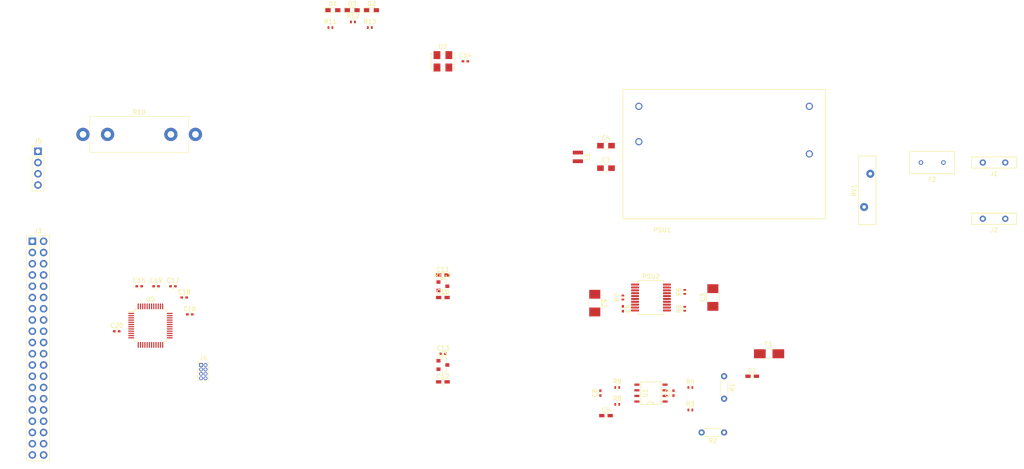
<source format=kicad_pcb>
(kicad_pcb (version 4) (host pcbnew 4.0.7)

  (general
    (links 139)
    (no_connects 139)
    (area 0 0 0 0)
    (thickness 1.6)
    (drawings 0)
    (tracks 0)
    (zones 0)
    (modules 52)
    (nets 87)
  )

  (page A4)
  (layers
    (0 F.Cu signal)
    (31 B.Cu signal)
    (32 B.Adhes user)
    (33 F.Adhes user)
    (34 B.Paste user)
    (35 F.Paste user)
    (36 B.SilkS user)
    (37 F.SilkS user)
    (38 B.Mask user)
    (39 F.Mask user)
    (40 Dwgs.User user)
    (41 Cmts.User user)
    (42 Eco1.User user)
    (43 Eco2.User user)
    (44 Edge.Cuts user)
    (45 Margin user)
    (46 B.CrtYd user)
    (47 F.CrtYd user)
    (48 B.Fab user)
    (49 F.Fab user)
  )

  (setup
    (last_trace_width 0.25)
    (trace_clearance 0.2)
    (zone_clearance 0.508)
    (zone_45_only no)
    (trace_min 0.2)
    (segment_width 0.2)
    (edge_width 0.15)
    (via_size 0.6)
    (via_drill 0.4)
    (via_min_size 0.4)
    (via_min_drill 0.3)
    (uvia_size 0.3)
    (uvia_drill 0.1)
    (uvias_allowed no)
    (uvia_min_size 0.2)
    (uvia_min_drill 0.1)
    (pcb_text_width 0.3)
    (pcb_text_size 1.5 1.5)
    (mod_edge_width 0.15)
    (mod_text_size 1 1)
    (mod_text_width 0.15)
    (pad_size 1.524 1.524)
    (pad_drill 0.762)
    (pad_to_mask_clearance 0.2)
    (aux_axis_origin 0 0)
    (visible_elements FFFFFF7F)
    (pcbplotparams
      (layerselection 0x00030_80000001)
      (usegerberextensions false)
      (excludeedgelayer true)
      (linewidth 0.100000)
      (plotframeref false)
      (viasonmask false)
      (mode 1)
      (useauxorigin false)
      (hpglpennumber 1)
      (hpglpenspeed 20)
      (hpglpendiameter 15)
      (hpglpenoverlay 2)
      (psnegative false)
      (psa4output false)
      (plotreference true)
      (plotvalue true)
      (plotinvisibletext false)
      (padsonsilk false)
      (subtractmaskfromsilk false)
      (outputformat 1)
      (mirror false)
      (drillshape 1)
      (scaleselection 1)
      (outputdirectory ""))
  )

  (net 0 "")
  (net 1 5V_UNISOLATED)
  (net 2 NEUT)
  (net 3 "Net-(C2-Pad1)")
  (net 4 "Net-(C2-Pad2)")
  (net 5 "Net-(C4-Pad1)")
  (net 6 GND)
  (net 7 +3V3)
  (net 8 +5V)
  (net 9 /dsp/ADC_IN+)
  (net 10 /dsp/ADC_IN-)
  (net 11 /dsp/3.3VREF)
  (net 12 /dsp/JTAG_nRST)
  (net 13 "Net-(D1-Pad2)")
  (net 14 "Net-(D2-Pad2)")
  (net 15 "Net-(D3-Pad2)")
  (net 16 "Net-(F1-Pad1)")
  (net 17 L_MEASURE)
  (net 18 LINE)
  (net 19 "Net-(J3-Pad1)")
  (net 20 "Net-(J3-Pad3)")
  (net 21 "Net-(J3-Pad5)")
  (net 22 "Net-(J3-Pad7)")
  (net 23 /dsp/UART_RX)
  (net 24 /dsp/UART_TX)
  (net 25 "Net-(J3-Pad11)")
  (net 26 /dsp/FLAG1)
  (net 27 "Net-(J3-Pad13)")
  (net 28 "Net-(J3-Pad14)")
  (net 29 "Net-(J3-Pad15)")
  (net 30 /dsp/BOOT_MODE)
  (net 31 "Net-(J3-Pad17)")
  (net 32 /dsp/SPI_MISO)
  (net 33 "Net-(J3-Pad20)")
  (net 34 /dsp/SPI_MOSI)
  (net 35 "Net-(J3-Pad22)")
  (net 36 /io/SPI_CLK)
  (net 37 /dsp/SPI_nCS)
  (net 38 "Net-(J3-Pad26)")
  (net 39 "Net-(J3-Pad27)")
  (net 40 "Net-(J3-Pad28)")
  (net 41 "Net-(J3-Pad29)")
  (net 42 "Net-(J3-Pad30)")
  (net 43 "Net-(J3-Pad31)")
  (net 44 "Net-(J3-Pad32)")
  (net 45 "Net-(J3-Pad33)")
  (net 46 "Net-(J3-Pad34)")
  (net 47 "Net-(J3-Pad35)")
  (net 48 "Net-(J3-Pad36)")
  (net 49 "Net-(J3-Pad37)")
  (net 50 "Net-(J3-Pad38)")
  (net 51 "Net-(J3-Pad39)")
  (net 52 "Net-(J3-Pad40)")
  (net 53 "Net-(J4-Pad1)")
  (net 54 /dsp/JTAG_JTMS)
  (net 55 /dsp/JTAG_JRST)
  (net 56 /dsp/JTAG_JTCK)
  (net 57 /dsp/JTAG_JTDI)
  (net 58 /dsp/JTAG_JTDO)
  (net 59 /dsp/PPS)
  (net 60 "Net-(PSU2-Pad8)")
  (net 61 "Net-(PSU2-Pad13)")
  (net 62 "Net-(R1-Pad2)")
  (net 63 "Net-(R8-Pad2)")
  (net 64 "Net-(R9-Pad2)")
  (net 65 /dsp/LED1)
  (net 66 /dsp/LED2)
  (net 67 "Net-(U2-Pad3)")
  (net 68 "Net-(U5-Pad2)")
  (net 69 "Net-(U5-Pad3)")
  (net 70 "Net-(U5-Pad4)")
  (net 71 "Net-(U5-Pad6)")
  (net 72 "Net-(U5-Pad15)")
  (net 73 "Net-(U5-Pad16)")
  (net 74 "Net-(U5-Pad18)")
  (net 75 "Net-(U5-Pad19)")
  (net 76 /dsp/VBAT)
  (net 77 "Net-(U5-Pad26)")
  (net 78 "Net-(U5-Pad27)")
  (net 79 "Net-(U5-Pad28)")
  (net 80 "Net-(U5-Pad29)")
  (net 81 "Net-(U5-Pad33)")
  (net 82 "Net-(U5-Pad41)")
  (net 83 "Net-(U5-Pad42)")
  (net 84 "Net-(U5-Pad43)")
  (net 85 "Net-(U5-Pad45)")
  (net 86 "Net-(U5-Pad46)")

  (net_class Default "This is the default net class."
    (clearance 0.2)
    (trace_width 0.25)
    (via_dia 0.6)
    (via_drill 0.4)
    (uvia_dia 0.3)
    (uvia_drill 0.1)
    (add_net +3V3)
    (add_net +5V)
    (add_net /dsp/3.3VREF)
    (add_net /dsp/ADC_IN+)
    (add_net /dsp/ADC_IN-)
    (add_net /dsp/BOOT_MODE)
    (add_net /dsp/FLAG1)
    (add_net /dsp/JTAG_JRST)
    (add_net /dsp/JTAG_JTCK)
    (add_net /dsp/JTAG_JTDI)
    (add_net /dsp/JTAG_JTDO)
    (add_net /dsp/JTAG_JTMS)
    (add_net /dsp/JTAG_nRST)
    (add_net /dsp/LED1)
    (add_net /dsp/LED2)
    (add_net /dsp/PPS)
    (add_net /dsp/SPI_MISO)
    (add_net /dsp/SPI_MOSI)
    (add_net /dsp/SPI_nCS)
    (add_net /dsp/UART_RX)
    (add_net /dsp/UART_TX)
    (add_net /dsp/VBAT)
    (add_net /io/SPI_CLK)
    (add_net 5V_UNISOLATED)
    (add_net GND)
    (add_net LINE)
    (add_net L_MEASURE)
    (add_net NEUT)
    (add_net "Net-(C2-Pad1)")
    (add_net "Net-(C2-Pad2)")
    (add_net "Net-(C4-Pad1)")
    (add_net "Net-(D1-Pad2)")
    (add_net "Net-(D2-Pad2)")
    (add_net "Net-(D3-Pad2)")
    (add_net "Net-(F1-Pad1)")
    (add_net "Net-(J3-Pad1)")
    (add_net "Net-(J3-Pad11)")
    (add_net "Net-(J3-Pad13)")
    (add_net "Net-(J3-Pad14)")
    (add_net "Net-(J3-Pad15)")
    (add_net "Net-(J3-Pad17)")
    (add_net "Net-(J3-Pad20)")
    (add_net "Net-(J3-Pad22)")
    (add_net "Net-(J3-Pad26)")
    (add_net "Net-(J3-Pad27)")
    (add_net "Net-(J3-Pad28)")
    (add_net "Net-(J3-Pad29)")
    (add_net "Net-(J3-Pad3)")
    (add_net "Net-(J3-Pad30)")
    (add_net "Net-(J3-Pad31)")
    (add_net "Net-(J3-Pad32)")
    (add_net "Net-(J3-Pad33)")
    (add_net "Net-(J3-Pad34)")
    (add_net "Net-(J3-Pad35)")
    (add_net "Net-(J3-Pad36)")
    (add_net "Net-(J3-Pad37)")
    (add_net "Net-(J3-Pad38)")
    (add_net "Net-(J3-Pad39)")
    (add_net "Net-(J3-Pad40)")
    (add_net "Net-(J3-Pad5)")
    (add_net "Net-(J3-Pad7)")
    (add_net "Net-(J4-Pad1)")
    (add_net "Net-(PSU2-Pad13)")
    (add_net "Net-(PSU2-Pad8)")
    (add_net "Net-(R1-Pad2)")
    (add_net "Net-(R8-Pad2)")
    (add_net "Net-(R9-Pad2)")
    (add_net "Net-(U2-Pad3)")
    (add_net "Net-(U5-Pad15)")
    (add_net "Net-(U5-Pad16)")
    (add_net "Net-(U5-Pad18)")
    (add_net "Net-(U5-Pad19)")
    (add_net "Net-(U5-Pad2)")
    (add_net "Net-(U5-Pad26)")
    (add_net "Net-(U5-Pad27)")
    (add_net "Net-(U5-Pad28)")
    (add_net "Net-(U5-Pad29)")
    (add_net "Net-(U5-Pad3)")
    (add_net "Net-(U5-Pad33)")
    (add_net "Net-(U5-Pad4)")
    (add_net "Net-(U5-Pad41)")
    (add_net "Net-(U5-Pad42)")
    (add_net "Net-(U5-Pad43)")
    (add_net "Net-(U5-Pad45)")
    (add_net "Net-(U5-Pad46)")
    (add_net "Net-(U5-Pad6)")
  )

  (module Capacitors_SMD:C_0603_HandSoldering (layer F.Cu) (tedit 58AA848B) (tstamp 5A83B9EE)
    (at 210.82 17.78)
    (descr "Capacitor SMD 0603, hand soldering")
    (tags "capacitor 0603")
    (path /5A829EE9/5A829FCD)
    (attr smd)
    (fp_text reference C1 (at 0 -1.25) (layer F.SilkS)
      (effects (font (size 1 1) (thickness 0.15)))
    )
    (fp_text value 0.1uF (at 0 1.5) (layer F.Fab)
      (effects (font (size 1 1) (thickness 0.15)))
    )
    (fp_text user %R (at 0 -1.25) (layer F.Fab)
      (effects (font (size 1 1) (thickness 0.15)))
    )
    (fp_line (start -0.8 0.4) (end -0.8 -0.4) (layer F.Fab) (width 0.1))
    (fp_line (start 0.8 0.4) (end -0.8 0.4) (layer F.Fab) (width 0.1))
    (fp_line (start 0.8 -0.4) (end 0.8 0.4) (layer F.Fab) (width 0.1))
    (fp_line (start -0.8 -0.4) (end 0.8 -0.4) (layer F.Fab) (width 0.1))
    (fp_line (start -0.35 -0.6) (end 0.35 -0.6) (layer F.SilkS) (width 0.12))
    (fp_line (start 0.35 0.6) (end -0.35 0.6) (layer F.SilkS) (width 0.12))
    (fp_line (start -1.8 -0.65) (end 1.8 -0.65) (layer F.CrtYd) (width 0.05))
    (fp_line (start -1.8 -0.65) (end -1.8 0.65) (layer F.CrtYd) (width 0.05))
    (fp_line (start 1.8 0.65) (end 1.8 -0.65) (layer F.CrtYd) (width 0.05))
    (fp_line (start 1.8 0.65) (end -1.8 0.65) (layer F.CrtYd) (width 0.05))
    (pad 1 smd rect (at -0.95 0) (size 1.2 0.75) (layers F.Cu F.Paste F.Mask)
      (net 1 5V_UNISOLATED))
    (pad 2 smd rect (at 0.95 0) (size 1.2 0.75) (layers F.Cu F.Paste F.Mask)
      (net 2 NEUT))
    (model Capacitors_SMD.3dshapes/C_0603.wrl
      (at (xyz 0 0 0))
      (scale (xyz 1 1 1))
      (rotate (xyz 0 0 0))
    )
  )

  (module Capacitors_SMD:C_0402 (layer F.Cu) (tedit 58AA841A) (tstamp 5A83B9F4)
    (at 193.04 21.59 90)
    (descr "Capacitor SMD 0402, reflow soldering, AVX (see smccp.pdf)")
    (tags "capacitor 0402")
    (path /5A829EE9/5A829FCC)
    (attr smd)
    (fp_text reference C2 (at 0 -1.27 90) (layer F.SilkS)
      (effects (font (size 1 1) (thickness 0.15)))
    )
    (fp_text value 0.1uF (at 0 1.27 90) (layer F.Fab)
      (effects (font (size 1 1) (thickness 0.15)))
    )
    (fp_text user %R (at 0 -1.27 90) (layer F.Fab)
      (effects (font (size 1 1) (thickness 0.15)))
    )
    (fp_line (start -0.5 0.25) (end -0.5 -0.25) (layer F.Fab) (width 0.1))
    (fp_line (start 0.5 0.25) (end -0.5 0.25) (layer F.Fab) (width 0.1))
    (fp_line (start 0.5 -0.25) (end 0.5 0.25) (layer F.Fab) (width 0.1))
    (fp_line (start -0.5 -0.25) (end 0.5 -0.25) (layer F.Fab) (width 0.1))
    (fp_line (start 0.25 -0.47) (end -0.25 -0.47) (layer F.SilkS) (width 0.12))
    (fp_line (start -0.25 0.47) (end 0.25 0.47) (layer F.SilkS) (width 0.12))
    (fp_line (start -1 -0.4) (end 1 -0.4) (layer F.CrtYd) (width 0.05))
    (fp_line (start -1 -0.4) (end -1 0.4) (layer F.CrtYd) (width 0.05))
    (fp_line (start 1 0.4) (end 1 -0.4) (layer F.CrtYd) (width 0.05))
    (fp_line (start 1 0.4) (end -1 0.4) (layer F.CrtYd) (width 0.05))
    (pad 1 smd rect (at -0.55 0 90) (size 0.6 0.5) (layers F.Cu F.Paste F.Mask)
      (net 3 "Net-(C2-Pad1)"))
    (pad 2 smd rect (at 0.55 0 90) (size 0.6 0.5) (layers F.Cu F.Paste F.Mask)
      (net 4 "Net-(C2-Pad2)"))
    (model Capacitors_SMD.3dshapes/C_0402.wrl
      (at (xyz 0 0 0))
      (scale (xyz 1 1 1))
      (rotate (xyz 0 0 0))
    )
  )

  (module Capacitors_SMD:C_1210_HandSoldering (layer F.Cu) (tedit 58AA84FB) (tstamp 5A83B9FA)
    (at 201.93 0 90)
    (descr "Capacitor SMD 1210, hand soldering")
    (tags "capacitor 1210")
    (path /5A829EE9/5A829FD0)
    (attr smd)
    (fp_text reference C3 (at 0 -2.25 90) (layer F.SilkS)
      (effects (font (size 1 1) (thickness 0.15)))
    )
    (fp_text value 10uF (at 0 2.5 90) (layer F.Fab)
      (effects (font (size 1 1) (thickness 0.15)))
    )
    (fp_text user %R (at 0 -2.25 90) (layer F.Fab)
      (effects (font (size 1 1) (thickness 0.15)))
    )
    (fp_line (start -1.6 1.25) (end -1.6 -1.25) (layer F.Fab) (width 0.1))
    (fp_line (start 1.6 1.25) (end -1.6 1.25) (layer F.Fab) (width 0.1))
    (fp_line (start 1.6 -1.25) (end 1.6 1.25) (layer F.Fab) (width 0.1))
    (fp_line (start -1.6 -1.25) (end 1.6 -1.25) (layer F.Fab) (width 0.1))
    (fp_line (start 1 -1.48) (end -1 -1.48) (layer F.SilkS) (width 0.12))
    (fp_line (start -1 1.48) (end 1 1.48) (layer F.SilkS) (width 0.12))
    (fp_line (start -3.25 -1.5) (end 3.25 -1.5) (layer F.CrtYd) (width 0.05))
    (fp_line (start -3.25 -1.5) (end -3.25 1.5) (layer F.CrtYd) (width 0.05))
    (fp_line (start 3.25 1.5) (end 3.25 -1.5) (layer F.CrtYd) (width 0.05))
    (fp_line (start 3.25 1.5) (end -3.25 1.5) (layer F.CrtYd) (width 0.05))
    (pad 1 smd rect (at -2 0 90) (size 2 2.5) (layers F.Cu F.Paste F.Mask)
      (net 1 5V_UNISOLATED))
    (pad 2 smd rect (at 2 0 90) (size 2 2.5) (layers F.Cu F.Paste F.Mask)
      (net 2 NEUT))
    (model Capacitors_SMD.3dshapes/C_1210.wrl
      (at (xyz 0 0 0))
      (scale (xyz 1 1 1))
      (rotate (xyz 0 0 0))
    )
  )

  (module Capacitors_SMD:C_0805_HandSoldering (layer F.Cu) (tedit 58AA84A8) (tstamp 5A83BA00)
    (at 177.8 -34.29)
    (descr "Capacitor SMD 0805, hand soldering")
    (tags "capacitor 0805")
    (path /5A829EE9/5A869EA9)
    (attr smd)
    (fp_text reference C4 (at 0 -1.75) (layer F.SilkS)
      (effects (font (size 1 1) (thickness 0.15)))
    )
    (fp_text value 22uF (at 0 1.75) (layer F.Fab)
      (effects (font (size 1 1) (thickness 0.15)))
    )
    (fp_text user %R (at 0 -1.75) (layer F.Fab)
      (effects (font (size 1 1) (thickness 0.15)))
    )
    (fp_line (start -1 0.62) (end -1 -0.62) (layer F.Fab) (width 0.1))
    (fp_line (start 1 0.62) (end -1 0.62) (layer F.Fab) (width 0.1))
    (fp_line (start 1 -0.62) (end 1 0.62) (layer F.Fab) (width 0.1))
    (fp_line (start -1 -0.62) (end 1 -0.62) (layer F.Fab) (width 0.1))
    (fp_line (start 0.5 -0.85) (end -0.5 -0.85) (layer F.SilkS) (width 0.12))
    (fp_line (start -0.5 0.85) (end 0.5 0.85) (layer F.SilkS) (width 0.12))
    (fp_line (start -2.25 -0.88) (end 2.25 -0.88) (layer F.CrtYd) (width 0.05))
    (fp_line (start -2.25 -0.88) (end -2.25 0.87) (layer F.CrtYd) (width 0.05))
    (fp_line (start 2.25 0.87) (end 2.25 -0.88) (layer F.CrtYd) (width 0.05))
    (fp_line (start 2.25 0.87) (end -2.25 0.87) (layer F.CrtYd) (width 0.05))
    (pad 1 smd rect (at -1.25 0) (size 1.5 1.25) (layers F.Cu F.Paste F.Mask)
      (net 5 "Net-(C4-Pad1)"))
    (pad 2 smd rect (at 1.25 0) (size 1.5 1.25) (layers F.Cu F.Paste F.Mask)
      (net 6 GND))
    (model Capacitors_SMD.3dshapes/C_0805.wrl
      (at (xyz 0 0 0))
      (scale (xyz 1 1 1))
      (rotate (xyz 0 0 0))
    )
  )

  (module Capacitors_SMD:C_0603_HandSoldering (layer F.Cu) (tedit 58AA848B) (tstamp 5A83BA06)
    (at 177.8 26.67)
    (descr "Capacitor SMD 0603, hand soldering")
    (tags "capacitor 0603")
    (path /5A829EE9/5A829FDC)
    (attr smd)
    (fp_text reference C5 (at 0 -1.25) (layer F.SilkS)
      (effects (font (size 1 1) (thickness 0.15)))
    )
    (fp_text value 0.1uF (at 0 1.5) (layer F.Fab)
      (effects (font (size 1 1) (thickness 0.15)))
    )
    (fp_text user %R (at 0 -1.25) (layer F.Fab)
      (effects (font (size 1 1) (thickness 0.15)))
    )
    (fp_line (start -0.8 0.4) (end -0.8 -0.4) (layer F.Fab) (width 0.1))
    (fp_line (start 0.8 0.4) (end -0.8 0.4) (layer F.Fab) (width 0.1))
    (fp_line (start 0.8 -0.4) (end 0.8 0.4) (layer F.Fab) (width 0.1))
    (fp_line (start -0.8 -0.4) (end 0.8 -0.4) (layer F.Fab) (width 0.1))
    (fp_line (start -0.35 -0.6) (end 0.35 -0.6) (layer F.SilkS) (width 0.12))
    (fp_line (start 0.35 0.6) (end -0.35 0.6) (layer F.SilkS) (width 0.12))
    (fp_line (start -1.8 -0.65) (end 1.8 -0.65) (layer F.CrtYd) (width 0.05))
    (fp_line (start -1.8 -0.65) (end -1.8 0.65) (layer F.CrtYd) (width 0.05))
    (fp_line (start 1.8 0.65) (end 1.8 -0.65) (layer F.CrtYd) (width 0.05))
    (fp_line (start 1.8 0.65) (end -1.8 0.65) (layer F.CrtYd) (width 0.05))
    (pad 1 smd rect (at -0.95 0) (size 1.2 0.75) (layers F.Cu F.Paste F.Mask)
      (net 7 +3V3))
    (pad 2 smd rect (at 0.95 0) (size 1.2 0.75) (layers F.Cu F.Paste F.Mask)
      (net 6 GND))
    (model Capacitors_SMD.3dshapes/C_0603.wrl
      (at (xyz 0 0 0))
      (scale (xyz 1 1 1))
      (rotate (xyz 0 0 0))
    )
  )

  (module Capacitors_SMD:C_0402 (layer F.Cu) (tedit 58AA841A) (tstamp 5A83BA0C)
    (at 181.61 2.54 270)
    (descr "Capacitor SMD 0402, reflow soldering, AVX (see smccp.pdf)")
    (tags "capacitor 0402")
    (path /5A829EE9/5A829FD8)
    (attr smd)
    (fp_text reference C6 (at 0 -1.27 270) (layer F.SilkS)
      (effects (font (size 1 1) (thickness 0.15)))
    )
    (fp_text value 0.1uF (at 0 1.27 270) (layer F.Fab)
      (effects (font (size 1 1) (thickness 0.15)))
    )
    (fp_text user %R (at 0 -1.27 270) (layer F.Fab)
      (effects (font (size 1 1) (thickness 0.15)))
    )
    (fp_line (start -0.5 0.25) (end -0.5 -0.25) (layer F.Fab) (width 0.1))
    (fp_line (start 0.5 0.25) (end -0.5 0.25) (layer F.Fab) (width 0.1))
    (fp_line (start 0.5 -0.25) (end 0.5 0.25) (layer F.Fab) (width 0.1))
    (fp_line (start -0.5 -0.25) (end 0.5 -0.25) (layer F.Fab) (width 0.1))
    (fp_line (start 0.25 -0.47) (end -0.25 -0.47) (layer F.SilkS) (width 0.12))
    (fp_line (start -0.25 0.47) (end 0.25 0.47) (layer F.SilkS) (width 0.12))
    (fp_line (start -1 -0.4) (end 1 -0.4) (layer F.CrtYd) (width 0.05))
    (fp_line (start -1 -0.4) (end -1 0.4) (layer F.CrtYd) (width 0.05))
    (fp_line (start 1 0.4) (end 1 -0.4) (layer F.CrtYd) (width 0.05))
    (fp_line (start 1 0.4) (end -1 0.4) (layer F.CrtYd) (width 0.05))
    (pad 1 smd rect (at -0.55 0 270) (size 0.6 0.5) (layers F.Cu F.Paste F.Mask)
      (net 8 +5V))
    (pad 2 smd rect (at 0.55 0 270) (size 0.6 0.5) (layers F.Cu F.Paste F.Mask)
      (net 6 GND))
    (model Capacitors_SMD.3dshapes/C_0402.wrl
      (at (xyz 0 0 0))
      (scale (xyz 1 1 1))
      (rotate (xyz 0 0 0))
    )
  )

  (module Capacitors_SMD:C_0805_HandSoldering (layer F.Cu) (tedit 58AA84A8) (tstamp 5A83BA12)
    (at 177.8 -29.21)
    (descr "Capacitor SMD 0805, hand soldering")
    (tags "capacitor 0805")
    (path /5A829EE9/5A869F48)
    (attr smd)
    (fp_text reference C7 (at 0 -1.75) (layer F.SilkS)
      (effects (font (size 1 1) (thickness 0.15)))
    )
    (fp_text value 22uF (at 0 1.75) (layer F.Fab)
      (effects (font (size 1 1) (thickness 0.15)))
    )
    (fp_text user %R (at 0 -1.75) (layer F.Fab)
      (effects (font (size 1 1) (thickness 0.15)))
    )
    (fp_line (start -1 0.62) (end -1 -0.62) (layer F.Fab) (width 0.1))
    (fp_line (start 1 0.62) (end -1 0.62) (layer F.Fab) (width 0.1))
    (fp_line (start 1 -0.62) (end 1 0.62) (layer F.Fab) (width 0.1))
    (fp_line (start -1 -0.62) (end 1 -0.62) (layer F.Fab) (width 0.1))
    (fp_line (start 0.5 -0.85) (end -0.5 -0.85) (layer F.SilkS) (width 0.12))
    (fp_line (start -0.5 0.85) (end 0.5 0.85) (layer F.SilkS) (width 0.12))
    (fp_line (start -2.25 -0.88) (end 2.25 -0.88) (layer F.CrtYd) (width 0.05))
    (fp_line (start -2.25 -0.88) (end -2.25 0.87) (layer F.CrtYd) (width 0.05))
    (fp_line (start 2.25 0.87) (end 2.25 -0.88) (layer F.CrtYd) (width 0.05))
    (fp_line (start 2.25 0.87) (end -2.25 0.87) (layer F.CrtYd) (width 0.05))
    (pad 1 smd rect (at -1.25 0) (size 1.5 1.25) (layers F.Cu F.Paste F.Mask)
      (net 8 +5V))
    (pad 2 smd rect (at 1.25 0) (size 1.5 1.25) (layers F.Cu F.Paste F.Mask)
      (net 6 GND))
    (model Capacitors_SMD.3dshapes/C_0805.wrl
      (at (xyz 0 0 0))
      (scale (xyz 1 1 1))
      (rotate (xyz 0 0 0))
    )
  )

  (module Capacitors_SMD:C_0402 (layer F.Cu) (tedit 58AA841A) (tstamp 5A83BA18)
    (at 176.53 21.59 90)
    (descr "Capacitor SMD 0402, reflow soldering, AVX (see smccp.pdf)")
    (tags "capacitor 0402")
    (path /5A829EE9/5A829FDD)
    (attr smd)
    (fp_text reference C8 (at 0 -1.27 90) (layer F.SilkS)
      (effects (font (size 1 1) (thickness 0.15)))
    )
    (fp_text value 0.1uF (at 0 1.27 90) (layer F.Fab)
      (effects (font (size 1 1) (thickness 0.15)))
    )
    (fp_text user %R (at 0 -1.27 90) (layer F.Fab)
      (effects (font (size 1 1) (thickness 0.15)))
    )
    (fp_line (start -0.5 0.25) (end -0.5 -0.25) (layer F.Fab) (width 0.1))
    (fp_line (start 0.5 0.25) (end -0.5 0.25) (layer F.Fab) (width 0.1))
    (fp_line (start 0.5 -0.25) (end 0.5 0.25) (layer F.Fab) (width 0.1))
    (fp_line (start -0.5 -0.25) (end 0.5 -0.25) (layer F.Fab) (width 0.1))
    (fp_line (start 0.25 -0.47) (end -0.25 -0.47) (layer F.SilkS) (width 0.12))
    (fp_line (start -0.25 0.47) (end 0.25 0.47) (layer F.SilkS) (width 0.12))
    (fp_line (start -1 -0.4) (end 1 -0.4) (layer F.CrtYd) (width 0.05))
    (fp_line (start -1 -0.4) (end -1 0.4) (layer F.CrtYd) (width 0.05))
    (fp_line (start 1 0.4) (end 1 -0.4) (layer F.CrtYd) (width 0.05))
    (fp_line (start 1 0.4) (end -1 0.4) (layer F.CrtYd) (width 0.05))
    (pad 1 smd rect (at -0.55 0 90) (size 0.6 0.5) (layers F.Cu F.Paste F.Mask)
      (net 9 /dsp/ADC_IN+))
    (pad 2 smd rect (at 0.55 0 90) (size 0.6 0.5) (layers F.Cu F.Paste F.Mask)
      (net 10 /dsp/ADC_IN-))
    (model Capacitors_SMD.3dshapes/C_0402.wrl
      (at (xyz 0 0 0))
      (scale (xyz 1 1 1))
      (rotate (xyz 0 0 0))
    )
  )

  (module Capacitors_SMD:C_1210_HandSoldering (layer F.Cu) (tedit 58AA84FB) (tstamp 5A83BA1E)
    (at 175.26 1.27 270)
    (descr "Capacitor SMD 1210, hand soldering")
    (tags "capacitor 1210")
    (path /5A829EE9/5A829FD9)
    (attr smd)
    (fp_text reference C9 (at 0 -2.25 270) (layer F.SilkS)
      (effects (font (size 1 1) (thickness 0.15)))
    )
    (fp_text value 10uF (at 0 2.5 270) (layer F.Fab)
      (effects (font (size 1 1) (thickness 0.15)))
    )
    (fp_text user %R (at 0 -2.25 270) (layer F.Fab)
      (effects (font (size 1 1) (thickness 0.15)))
    )
    (fp_line (start -1.6 1.25) (end -1.6 -1.25) (layer F.Fab) (width 0.1))
    (fp_line (start 1.6 1.25) (end -1.6 1.25) (layer F.Fab) (width 0.1))
    (fp_line (start 1.6 -1.25) (end 1.6 1.25) (layer F.Fab) (width 0.1))
    (fp_line (start -1.6 -1.25) (end 1.6 -1.25) (layer F.Fab) (width 0.1))
    (fp_line (start 1 -1.48) (end -1 -1.48) (layer F.SilkS) (width 0.12))
    (fp_line (start -1 1.48) (end 1 1.48) (layer F.SilkS) (width 0.12))
    (fp_line (start -3.25 -1.5) (end 3.25 -1.5) (layer F.CrtYd) (width 0.05))
    (fp_line (start -3.25 -1.5) (end -3.25 1.5) (layer F.CrtYd) (width 0.05))
    (fp_line (start 3.25 1.5) (end 3.25 -1.5) (layer F.CrtYd) (width 0.05))
    (fp_line (start 3.25 1.5) (end -3.25 1.5) (layer F.CrtYd) (width 0.05))
    (pad 1 smd rect (at -2 0 270) (size 2 2.5) (layers F.Cu F.Paste F.Mask)
      (net 8 +5V))
    (pad 2 smd rect (at 2 0 270) (size 2 2.5) (layers F.Cu F.Paste F.Mask)
      (net 6 GND))
    (model Capacitors_SMD.3dshapes/C_1210.wrl
      (at (xyz 0 0 0))
      (scale (xyz 1 1 1))
      (rotate (xyz 0 0 0))
    )
  )

  (module Capacitors_SMD:C_0603_HandSoldering (layer F.Cu) (tedit 58AA848B) (tstamp 5A83BA24)
    (at 140.97 0)
    (descr "Capacitor SMD 0603, hand soldering")
    (tags "capacitor 0603")
    (path /5A829EE9/5A869865)
    (attr smd)
    (fp_text reference C10 (at 0 -1.25) (layer F.SilkS)
      (effects (font (size 1 1) (thickness 0.15)))
    )
    (fp_text value 1uF (at 0 1.5) (layer F.Fab)
      (effects (font (size 1 1) (thickness 0.15)))
    )
    (fp_text user %R (at 0 -1.25) (layer F.Fab)
      (effects (font (size 1 1) (thickness 0.15)))
    )
    (fp_line (start -0.8 0.4) (end -0.8 -0.4) (layer F.Fab) (width 0.1))
    (fp_line (start 0.8 0.4) (end -0.8 0.4) (layer F.Fab) (width 0.1))
    (fp_line (start 0.8 -0.4) (end 0.8 0.4) (layer F.Fab) (width 0.1))
    (fp_line (start -0.8 -0.4) (end 0.8 -0.4) (layer F.Fab) (width 0.1))
    (fp_line (start -0.35 -0.6) (end 0.35 -0.6) (layer F.SilkS) (width 0.12))
    (fp_line (start 0.35 0.6) (end -0.35 0.6) (layer F.SilkS) (width 0.12))
    (fp_line (start -1.8 -0.65) (end 1.8 -0.65) (layer F.CrtYd) (width 0.05))
    (fp_line (start -1.8 -0.65) (end -1.8 0.65) (layer F.CrtYd) (width 0.05))
    (fp_line (start 1.8 0.65) (end 1.8 -0.65) (layer F.CrtYd) (width 0.05))
    (fp_line (start 1.8 0.65) (end -1.8 0.65) (layer F.CrtYd) (width 0.05))
    (pad 1 smd rect (at -0.95 0) (size 1.2 0.75) (layers F.Cu F.Paste F.Mask)
      (net 8 +5V))
    (pad 2 smd rect (at 0.95 0) (size 1.2 0.75) (layers F.Cu F.Paste F.Mask)
      (net 6 GND))
    (model Capacitors_SMD.3dshapes/C_0603.wrl
      (at (xyz 0 0 0))
      (scale (xyz 1 1 1))
      (rotate (xyz 0 0 0))
    )
  )

  (module Capacitors_SMD:C_0603_HandSoldering (layer F.Cu) (tedit 58AA848B) (tstamp 5A83BA2A)
    (at 140.97 -5.08)
    (descr "Capacitor SMD 0603, hand soldering")
    (tags "capacitor 0603")
    (path /5A829EE9/5A869968)
    (attr smd)
    (fp_text reference C11 (at 0 -1.25) (layer F.SilkS)
      (effects (font (size 1 1) (thickness 0.15)))
    )
    (fp_text value 1uF (at 0 1.5) (layer F.Fab)
      (effects (font (size 1 1) (thickness 0.15)))
    )
    (fp_text user %R (at 0 -1.25) (layer F.Fab)
      (effects (font (size 1 1) (thickness 0.15)))
    )
    (fp_line (start -0.8 0.4) (end -0.8 -0.4) (layer F.Fab) (width 0.1))
    (fp_line (start 0.8 0.4) (end -0.8 0.4) (layer F.Fab) (width 0.1))
    (fp_line (start 0.8 -0.4) (end 0.8 0.4) (layer F.Fab) (width 0.1))
    (fp_line (start -0.8 -0.4) (end 0.8 -0.4) (layer F.Fab) (width 0.1))
    (fp_line (start -0.35 -0.6) (end 0.35 -0.6) (layer F.SilkS) (width 0.12))
    (fp_line (start 0.35 0.6) (end -0.35 0.6) (layer F.SilkS) (width 0.12))
    (fp_line (start -1.8 -0.65) (end 1.8 -0.65) (layer F.CrtYd) (width 0.05))
    (fp_line (start -1.8 -0.65) (end -1.8 0.65) (layer F.CrtYd) (width 0.05))
    (fp_line (start 1.8 0.65) (end 1.8 -0.65) (layer F.CrtYd) (width 0.05))
    (fp_line (start 1.8 0.65) (end -1.8 0.65) (layer F.CrtYd) (width 0.05))
    (pad 1 smd rect (at -0.95 0) (size 1.2 0.75) (layers F.Cu F.Paste F.Mask)
      (net 7 +3V3))
    (pad 2 smd rect (at 0.95 0) (size 1.2 0.75) (layers F.Cu F.Paste F.Mask)
      (net 6 GND))
    (model Capacitors_SMD.3dshapes/C_0603.wrl
      (at (xyz 0 0 0))
      (scale (xyz 1 1 1))
      (rotate (xyz 0 0 0))
    )
  )

  (module Capacitors_SMD:C_0603_HandSoldering (layer F.Cu) (tedit 58AA848B) (tstamp 5A83BA30)
    (at 140.97 19.05)
    (descr "Capacitor SMD 0603, hand soldering")
    (tags "capacitor 0603")
    (path /5A829EE9/5A82BF29)
    (attr smd)
    (fp_text reference C12 (at 0 -1.25) (layer F.SilkS)
      (effects (font (size 1 1) (thickness 0.15)))
    )
    (fp_text value 1uF (at 0 1.5) (layer F.Fab)
      (effects (font (size 1 1) (thickness 0.15)))
    )
    (fp_text user %R (at 0 -1.25) (layer F.Fab)
      (effects (font (size 1 1) (thickness 0.15)))
    )
    (fp_line (start -0.8 0.4) (end -0.8 -0.4) (layer F.Fab) (width 0.1))
    (fp_line (start 0.8 0.4) (end -0.8 0.4) (layer F.Fab) (width 0.1))
    (fp_line (start 0.8 -0.4) (end 0.8 0.4) (layer F.Fab) (width 0.1))
    (fp_line (start -0.8 -0.4) (end 0.8 -0.4) (layer F.Fab) (width 0.1))
    (fp_line (start -0.35 -0.6) (end 0.35 -0.6) (layer F.SilkS) (width 0.12))
    (fp_line (start 0.35 0.6) (end -0.35 0.6) (layer F.SilkS) (width 0.12))
    (fp_line (start -1.8 -0.65) (end 1.8 -0.65) (layer F.CrtYd) (width 0.05))
    (fp_line (start -1.8 -0.65) (end -1.8 0.65) (layer F.CrtYd) (width 0.05))
    (fp_line (start 1.8 0.65) (end 1.8 -0.65) (layer F.CrtYd) (width 0.05))
    (fp_line (start 1.8 0.65) (end -1.8 0.65) (layer F.CrtYd) (width 0.05))
    (pad 1 smd rect (at -0.95 0) (size 1.2 0.75) (layers F.Cu F.Paste F.Mask)
      (net 8 +5V))
    (pad 2 smd rect (at 0.95 0) (size 1.2 0.75) (layers F.Cu F.Paste F.Mask)
      (net 6 GND))
    (model Capacitors_SMD.3dshapes/C_0603.wrl
      (at (xyz 0 0 0))
      (scale (xyz 1 1 1))
      (rotate (xyz 0 0 0))
    )
  )

  (module Capacitors_SMD:C_0402 (layer F.Cu) (tedit 58AA841A) (tstamp 5A83BA36)
    (at 140.97 12.7)
    (descr "Capacitor SMD 0402, reflow soldering, AVX (see smccp.pdf)")
    (tags "capacitor 0402")
    (path /5A829EE9/5A82BFB8)
    (attr smd)
    (fp_text reference C13 (at 0 -1.27) (layer F.SilkS)
      (effects (font (size 1 1) (thickness 0.15)))
    )
    (fp_text value 0.1uF (at 0 1.27) (layer F.Fab)
      (effects (font (size 1 1) (thickness 0.15)))
    )
    (fp_text user %R (at 0 -1.27) (layer F.Fab)
      (effects (font (size 1 1) (thickness 0.15)))
    )
    (fp_line (start -0.5 0.25) (end -0.5 -0.25) (layer F.Fab) (width 0.1))
    (fp_line (start 0.5 0.25) (end -0.5 0.25) (layer F.Fab) (width 0.1))
    (fp_line (start 0.5 -0.25) (end 0.5 0.25) (layer F.Fab) (width 0.1))
    (fp_line (start -0.5 -0.25) (end 0.5 -0.25) (layer F.Fab) (width 0.1))
    (fp_line (start 0.25 -0.47) (end -0.25 -0.47) (layer F.SilkS) (width 0.12))
    (fp_line (start -0.25 0.47) (end 0.25 0.47) (layer F.SilkS) (width 0.12))
    (fp_line (start -1 -0.4) (end 1 -0.4) (layer F.CrtYd) (width 0.05))
    (fp_line (start -1 -0.4) (end -1 0.4) (layer F.CrtYd) (width 0.05))
    (fp_line (start 1 0.4) (end 1 -0.4) (layer F.CrtYd) (width 0.05))
    (fp_line (start 1 0.4) (end -1 0.4) (layer F.CrtYd) (width 0.05))
    (pad 1 smd rect (at -0.55 0) (size 0.6 0.5) (layers F.Cu F.Paste F.Mask)
      (net 11 /dsp/3.3VREF))
    (pad 2 smd rect (at 0.55 0) (size 0.6 0.5) (layers F.Cu F.Paste F.Mask)
      (net 6 GND))
    (model Capacitors_SMD.3dshapes/C_0402.wrl
      (at (xyz 0 0 0))
      (scale (xyz 1 1 1))
      (rotate (xyz 0 0 0))
    )
  )

  (module Capacitors_SMD:C_0402 (layer F.Cu) (tedit 58AA841A) (tstamp 5A83BA3C)
    (at 146.05 -53.34)
    (descr "Capacitor SMD 0402, reflow soldering, AVX (see smccp.pdf)")
    (tags "capacitor 0402")
    (path /5A835DDE/5A82B5B1)
    (attr smd)
    (fp_text reference C14 (at 0 -1.27) (layer F.SilkS)
      (effects (font (size 1 1) (thickness 0.15)))
    )
    (fp_text value 0.1uF (at 0 1.27) (layer F.Fab)
      (effects (font (size 1 1) (thickness 0.15)))
    )
    (fp_text user %R (at 0 -1.27) (layer F.Fab)
      (effects (font (size 1 1) (thickness 0.15)))
    )
    (fp_line (start -0.5 0.25) (end -0.5 -0.25) (layer F.Fab) (width 0.1))
    (fp_line (start 0.5 0.25) (end -0.5 0.25) (layer F.Fab) (width 0.1))
    (fp_line (start 0.5 -0.25) (end 0.5 0.25) (layer F.Fab) (width 0.1))
    (fp_line (start -0.5 -0.25) (end 0.5 -0.25) (layer F.Fab) (width 0.1))
    (fp_line (start 0.25 -0.47) (end -0.25 -0.47) (layer F.SilkS) (width 0.12))
    (fp_line (start -0.25 0.47) (end 0.25 0.47) (layer F.SilkS) (width 0.12))
    (fp_line (start -1 -0.4) (end 1 -0.4) (layer F.CrtYd) (width 0.05))
    (fp_line (start -1 -0.4) (end -1 0.4) (layer F.CrtYd) (width 0.05))
    (fp_line (start 1 0.4) (end 1 -0.4) (layer F.CrtYd) (width 0.05))
    (fp_line (start 1 0.4) (end -1 0.4) (layer F.CrtYd) (width 0.05))
    (pad 1 smd rect (at -0.55 0) (size 0.6 0.5) (layers F.Cu F.Paste F.Mask)
      (net 7 +3V3))
    (pad 2 smd rect (at 0.55 0) (size 0.6 0.5) (layers F.Cu F.Paste F.Mask)
      (net 6 GND))
    (model Capacitors_SMD.3dshapes/C_0402.wrl
      (at (xyz 0 0 0))
      (scale (xyz 1 1 1))
      (rotate (xyz 0 0 0))
    )
  )

  (module Capacitors_SMD:C_0402 (layer F.Cu) (tedit 58AA841A) (tstamp 5A83BA42)
    (at 72.39 -2.54)
    (descr "Capacitor SMD 0402, reflow soldering, AVX (see smccp.pdf)")
    (tags "capacitor 0402")
    (path /5A835DDE/5A82EBD3)
    (attr smd)
    (fp_text reference C15 (at 0 -1.27) (layer F.SilkS)
      (effects (font (size 1 1) (thickness 0.15)))
    )
    (fp_text value 0.1uF (at 0 1.27) (layer F.Fab)
      (effects (font (size 1 1) (thickness 0.15)))
    )
    (fp_text user %R (at 0 -1.27) (layer F.Fab)
      (effects (font (size 1 1) (thickness 0.15)))
    )
    (fp_line (start -0.5 0.25) (end -0.5 -0.25) (layer F.Fab) (width 0.1))
    (fp_line (start 0.5 0.25) (end -0.5 0.25) (layer F.Fab) (width 0.1))
    (fp_line (start 0.5 -0.25) (end 0.5 0.25) (layer F.Fab) (width 0.1))
    (fp_line (start -0.5 -0.25) (end 0.5 -0.25) (layer F.Fab) (width 0.1))
    (fp_line (start 0.25 -0.47) (end -0.25 -0.47) (layer F.SilkS) (width 0.12))
    (fp_line (start -0.25 0.47) (end 0.25 0.47) (layer F.SilkS) (width 0.12))
    (fp_line (start -1 -0.4) (end 1 -0.4) (layer F.CrtYd) (width 0.05))
    (fp_line (start -1 -0.4) (end -1 0.4) (layer F.CrtYd) (width 0.05))
    (fp_line (start 1 0.4) (end 1 -0.4) (layer F.CrtYd) (width 0.05))
    (fp_line (start 1 0.4) (end -1 0.4) (layer F.CrtYd) (width 0.05))
    (pad 1 smd rect (at -0.55 0) (size 0.6 0.5) (layers F.Cu F.Paste F.Mask)
      (net 7 +3V3))
    (pad 2 smd rect (at 0.55 0) (size 0.6 0.5) (layers F.Cu F.Paste F.Mask)
      (net 6 GND))
    (model Capacitors_SMD.3dshapes/C_0402.wrl
      (at (xyz 0 0 0))
      (scale (xyz 1 1 1))
      (rotate (xyz 0 0 0))
    )
  )

  (module Capacitors_SMD:C_0402 (layer F.Cu) (tedit 58AA841A) (tstamp 5A83BA48)
    (at 83.82 3.81)
    (descr "Capacitor SMD 0402, reflow soldering, AVX (see smccp.pdf)")
    (tags "capacitor 0402")
    (path /5A835DDE/5A82EC66)
    (attr smd)
    (fp_text reference C16 (at 0 -1.27) (layer F.SilkS)
      (effects (font (size 1 1) (thickness 0.15)))
    )
    (fp_text value 0.1uF (at 0 1.27) (layer F.Fab)
      (effects (font (size 1 1) (thickness 0.15)))
    )
    (fp_text user %R (at 0 -1.27) (layer F.Fab)
      (effects (font (size 1 1) (thickness 0.15)))
    )
    (fp_line (start -0.5 0.25) (end -0.5 -0.25) (layer F.Fab) (width 0.1))
    (fp_line (start 0.5 0.25) (end -0.5 0.25) (layer F.Fab) (width 0.1))
    (fp_line (start 0.5 -0.25) (end 0.5 0.25) (layer F.Fab) (width 0.1))
    (fp_line (start -0.5 -0.25) (end 0.5 -0.25) (layer F.Fab) (width 0.1))
    (fp_line (start 0.25 -0.47) (end -0.25 -0.47) (layer F.SilkS) (width 0.12))
    (fp_line (start -0.25 0.47) (end 0.25 0.47) (layer F.SilkS) (width 0.12))
    (fp_line (start -1 -0.4) (end 1 -0.4) (layer F.CrtYd) (width 0.05))
    (fp_line (start -1 -0.4) (end -1 0.4) (layer F.CrtYd) (width 0.05))
    (fp_line (start 1 0.4) (end 1 -0.4) (layer F.CrtYd) (width 0.05))
    (fp_line (start 1 0.4) (end -1 0.4) (layer F.CrtYd) (width 0.05))
    (pad 1 smd rect (at -0.55 0) (size 0.6 0.5) (layers F.Cu F.Paste F.Mask)
      (net 7 +3V3))
    (pad 2 smd rect (at 0.55 0) (size 0.6 0.5) (layers F.Cu F.Paste F.Mask)
      (net 6 GND))
    (model Capacitors_SMD.3dshapes/C_0402.wrl
      (at (xyz 0 0 0))
      (scale (xyz 1 1 1))
      (rotate (xyz 0 0 0))
    )
  )

  (module Capacitors_SMD:C_0402 (layer F.Cu) (tedit 58AA841A) (tstamp 5A83BA4E)
    (at 80.01 -2.54)
    (descr "Capacitor SMD 0402, reflow soldering, AVX (see smccp.pdf)")
    (tags "capacitor 0402")
    (path /5A835DDE/5A82F121)
    (attr smd)
    (fp_text reference C17 (at 0 -1.27) (layer F.SilkS)
      (effects (font (size 1 1) (thickness 0.15)))
    )
    (fp_text value 0.1uF (at 0 1.27) (layer F.Fab)
      (effects (font (size 1 1) (thickness 0.15)))
    )
    (fp_text user %R (at 0 -1.27) (layer F.Fab)
      (effects (font (size 1 1) (thickness 0.15)))
    )
    (fp_line (start -0.5 0.25) (end -0.5 -0.25) (layer F.Fab) (width 0.1))
    (fp_line (start 0.5 0.25) (end -0.5 0.25) (layer F.Fab) (width 0.1))
    (fp_line (start 0.5 -0.25) (end 0.5 0.25) (layer F.Fab) (width 0.1))
    (fp_line (start -0.5 -0.25) (end 0.5 -0.25) (layer F.Fab) (width 0.1))
    (fp_line (start 0.25 -0.47) (end -0.25 -0.47) (layer F.SilkS) (width 0.12))
    (fp_line (start -0.25 0.47) (end 0.25 0.47) (layer F.SilkS) (width 0.12))
    (fp_line (start -1 -0.4) (end 1 -0.4) (layer F.CrtYd) (width 0.05))
    (fp_line (start -1 -0.4) (end -1 0.4) (layer F.CrtYd) (width 0.05))
    (fp_line (start 1 0.4) (end 1 -0.4) (layer F.CrtYd) (width 0.05))
    (fp_line (start 1 0.4) (end -1 0.4) (layer F.CrtYd) (width 0.05))
    (pad 1 smd rect (at -0.55 0) (size 0.6 0.5) (layers F.Cu F.Paste F.Mask)
      (net 7 +3V3))
    (pad 2 smd rect (at 0.55 0) (size 0.6 0.5) (layers F.Cu F.Paste F.Mask)
      (net 6 GND))
    (model Capacitors_SMD.3dshapes/C_0402.wrl
      (at (xyz 0 0 0))
      (scale (xyz 1 1 1))
      (rotate (xyz 0 0 0))
    )
  )

  (module Capacitors_SMD:C_0402 (layer F.Cu) (tedit 58AA841A) (tstamp 5A83BA54)
    (at 82.55 0)
    (descr "Capacitor SMD 0402, reflow soldering, AVX (see smccp.pdf)")
    (tags "capacitor 0402")
    (path /5A835DDE/5A82F587)
    (attr smd)
    (fp_text reference C18 (at 0 -1.27) (layer F.SilkS)
      (effects (font (size 1 1) (thickness 0.15)))
    )
    (fp_text value 0.1uF (at 0 1.27) (layer F.Fab)
      (effects (font (size 1 1) (thickness 0.15)))
    )
    (fp_text user %R (at 0 -1.27) (layer F.Fab)
      (effects (font (size 1 1) (thickness 0.15)))
    )
    (fp_line (start -0.5 0.25) (end -0.5 -0.25) (layer F.Fab) (width 0.1))
    (fp_line (start 0.5 0.25) (end -0.5 0.25) (layer F.Fab) (width 0.1))
    (fp_line (start 0.5 -0.25) (end 0.5 0.25) (layer F.Fab) (width 0.1))
    (fp_line (start -0.5 -0.25) (end 0.5 -0.25) (layer F.Fab) (width 0.1))
    (fp_line (start 0.25 -0.47) (end -0.25 -0.47) (layer F.SilkS) (width 0.12))
    (fp_line (start -0.25 0.47) (end 0.25 0.47) (layer F.SilkS) (width 0.12))
    (fp_line (start -1 -0.4) (end 1 -0.4) (layer F.CrtYd) (width 0.05))
    (fp_line (start -1 -0.4) (end -1 0.4) (layer F.CrtYd) (width 0.05))
    (fp_line (start 1 0.4) (end 1 -0.4) (layer F.CrtYd) (width 0.05))
    (fp_line (start 1 0.4) (end -1 0.4) (layer F.CrtYd) (width 0.05))
    (pad 1 smd rect (at -0.55 0) (size 0.6 0.5) (layers F.Cu F.Paste F.Mask)
      (net 7 +3V3))
    (pad 2 smd rect (at 0.55 0) (size 0.6 0.5) (layers F.Cu F.Paste F.Mask)
      (net 6 GND))
    (model Capacitors_SMD.3dshapes/C_0402.wrl
      (at (xyz 0 0 0))
      (scale (xyz 1 1 1))
      (rotate (xyz 0 0 0))
    )
  )

  (module Capacitors_SMD:C_0402 (layer F.Cu) (tedit 58AA841A) (tstamp 5A83BA5A)
    (at 76.2 -2.54)
    (descr "Capacitor SMD 0402, reflow soldering, AVX (see smccp.pdf)")
    (tags "capacitor 0402")
    (path /5A835DDE/5A82F58D)
    (attr smd)
    (fp_text reference C19 (at 0 -1.27) (layer F.SilkS)
      (effects (font (size 1 1) (thickness 0.15)))
    )
    (fp_text value 0.01uF (at 0 1.27) (layer F.Fab)
      (effects (font (size 1 1) (thickness 0.15)))
    )
    (fp_text user %R (at 0 -1.27) (layer F.Fab)
      (effects (font (size 1 1) (thickness 0.15)))
    )
    (fp_line (start -0.5 0.25) (end -0.5 -0.25) (layer F.Fab) (width 0.1))
    (fp_line (start 0.5 0.25) (end -0.5 0.25) (layer F.Fab) (width 0.1))
    (fp_line (start 0.5 -0.25) (end 0.5 0.25) (layer F.Fab) (width 0.1))
    (fp_line (start -0.5 -0.25) (end 0.5 -0.25) (layer F.Fab) (width 0.1))
    (fp_line (start 0.25 -0.47) (end -0.25 -0.47) (layer F.SilkS) (width 0.12))
    (fp_line (start -0.25 0.47) (end 0.25 0.47) (layer F.SilkS) (width 0.12))
    (fp_line (start -1 -0.4) (end 1 -0.4) (layer F.CrtYd) (width 0.05))
    (fp_line (start -1 -0.4) (end -1 0.4) (layer F.CrtYd) (width 0.05))
    (fp_line (start 1 0.4) (end 1 -0.4) (layer F.CrtYd) (width 0.05))
    (fp_line (start 1 0.4) (end -1 0.4) (layer F.CrtYd) (width 0.05))
    (pad 1 smd rect (at -0.55 0) (size 0.6 0.5) (layers F.Cu F.Paste F.Mask)
      (net 7 +3V3))
    (pad 2 smd rect (at 0.55 0) (size 0.6 0.5) (layers F.Cu F.Paste F.Mask)
      (net 6 GND))
    (model Capacitors_SMD.3dshapes/C_0402.wrl
      (at (xyz 0 0 0))
      (scale (xyz 1 1 1))
      (rotate (xyz 0 0 0))
    )
  )

  (module Capacitors_SMD:C_0402 (layer F.Cu) (tedit 58AA841A) (tstamp 5A83BA60)
    (at 67.31 7.62)
    (descr "Capacitor SMD 0402, reflow soldering, AVX (see smccp.pdf)")
    (tags "capacitor 0402")
    (path /5A835DDE/5A82E38B)
    (attr smd)
    (fp_text reference C20 (at 0 -1.27) (layer F.SilkS)
      (effects (font (size 1 1) (thickness 0.15)))
    )
    (fp_text value 0.1uF (at 0 1.27) (layer F.Fab)
      (effects (font (size 1 1) (thickness 0.15)))
    )
    (fp_text user %R (at 0 -1.27) (layer F.Fab)
      (effects (font (size 1 1) (thickness 0.15)))
    )
    (fp_line (start -0.5 0.25) (end -0.5 -0.25) (layer F.Fab) (width 0.1))
    (fp_line (start 0.5 0.25) (end -0.5 0.25) (layer F.Fab) (width 0.1))
    (fp_line (start 0.5 -0.25) (end 0.5 0.25) (layer F.Fab) (width 0.1))
    (fp_line (start -0.5 -0.25) (end 0.5 -0.25) (layer F.Fab) (width 0.1))
    (fp_line (start 0.25 -0.47) (end -0.25 -0.47) (layer F.SilkS) (width 0.12))
    (fp_line (start -0.25 0.47) (end 0.25 0.47) (layer F.SilkS) (width 0.12))
    (fp_line (start -1 -0.4) (end 1 -0.4) (layer F.CrtYd) (width 0.05))
    (fp_line (start -1 -0.4) (end -1 0.4) (layer F.CrtYd) (width 0.05))
    (fp_line (start 1 0.4) (end 1 -0.4) (layer F.CrtYd) (width 0.05))
    (fp_line (start 1 0.4) (end -1 0.4) (layer F.CrtYd) (width 0.05))
    (pad 1 smd rect (at -0.55 0) (size 0.6 0.5) (layers F.Cu F.Paste F.Mask)
      (net 12 /dsp/JTAG_nRST))
    (pad 2 smd rect (at 0.55 0) (size 0.6 0.5) (layers F.Cu F.Paste F.Mask)
      (net 6 GND))
    (model Capacitors_SMD.3dshapes/C_0402.wrl
      (at (xyz 0 0 0))
      (scale (xyz 1 1 1))
      (rotate (xyz 0 0 0))
    )
  )

  (module LEDs:LED_0603_HandSoldering (layer F.Cu) (tedit 595FC9C0) (tstamp 5A83BA66)
    (at 116.125001 -64.885)
    (descr "LED SMD 0603, hand soldering")
    (tags "LED 0603")
    (path /5A8506F3/5A85F2BE)
    (attr smd)
    (fp_text reference D1 (at 0 -1.45) (layer F.SilkS)
      (effects (font (size 1 1) (thickness 0.15)))
    )
    (fp_text value LED (at 0 1.55) (layer F.Fab)
      (effects (font (size 1 1) (thickness 0.15)))
    )
    (fp_line (start -1.8 -0.55) (end -1.8 0.55) (layer F.SilkS) (width 0.12))
    (fp_line (start -0.2 -0.2) (end -0.2 0.2) (layer F.Fab) (width 0.1))
    (fp_line (start -0.15 0) (end 0.15 -0.2) (layer F.Fab) (width 0.1))
    (fp_line (start 0.15 0.2) (end -0.15 0) (layer F.Fab) (width 0.1))
    (fp_line (start 0.15 -0.2) (end 0.15 0.2) (layer F.Fab) (width 0.1))
    (fp_line (start 0.8 0.4) (end -0.8 0.4) (layer F.Fab) (width 0.1))
    (fp_line (start 0.8 -0.4) (end 0.8 0.4) (layer F.Fab) (width 0.1))
    (fp_line (start -0.8 -0.4) (end 0.8 -0.4) (layer F.Fab) (width 0.1))
    (fp_line (start -1.8 0.55) (end 0.8 0.55) (layer F.SilkS) (width 0.12))
    (fp_line (start -1.8 -0.55) (end 0.8 -0.55) (layer F.SilkS) (width 0.12))
    (fp_line (start -1.96 -0.7) (end 1.95 -0.7) (layer F.CrtYd) (width 0.05))
    (fp_line (start -1.96 -0.7) (end -1.96 0.7) (layer F.CrtYd) (width 0.05))
    (fp_line (start 1.95 0.7) (end 1.95 -0.7) (layer F.CrtYd) (width 0.05))
    (fp_line (start 1.95 0.7) (end -1.96 0.7) (layer F.CrtYd) (width 0.05))
    (fp_line (start -0.8 -0.4) (end -0.8 0.4) (layer F.Fab) (width 0.1))
    (pad 1 smd rect (at -1.1 0) (size 1.2 0.9) (layers F.Cu F.Paste F.Mask)
      (net 6 GND))
    (pad 2 smd rect (at 1.1 0) (size 1.2 0.9) (layers F.Cu F.Paste F.Mask)
      (net 13 "Net-(D1-Pad2)"))
    (model ${KISYS3DMOD}/LEDs.3dshapes/LED_0603.wrl
      (at (xyz 0 0 0))
      (scale (xyz 1 1 1))
      (rotate (xyz 0 0 180))
    )
  )

  (module LEDs:LED_0603_HandSoldering (layer F.Cu) (tedit 595FC9C0) (tstamp 5A83BA6C)
    (at 124.845001 -64.885)
    (descr "LED SMD 0603, hand soldering")
    (tags "LED 0603")
    (path /5A8506F3/5A85F345)
    (attr smd)
    (fp_text reference D2 (at 0 -1.45) (layer F.SilkS)
      (effects (font (size 1 1) (thickness 0.15)))
    )
    (fp_text value LED (at 0 1.55) (layer F.Fab)
      (effects (font (size 1 1) (thickness 0.15)))
    )
    (fp_line (start -1.8 -0.55) (end -1.8 0.55) (layer F.SilkS) (width 0.12))
    (fp_line (start -0.2 -0.2) (end -0.2 0.2) (layer F.Fab) (width 0.1))
    (fp_line (start -0.15 0) (end 0.15 -0.2) (layer F.Fab) (width 0.1))
    (fp_line (start 0.15 0.2) (end -0.15 0) (layer F.Fab) (width 0.1))
    (fp_line (start 0.15 -0.2) (end 0.15 0.2) (layer F.Fab) (width 0.1))
    (fp_line (start 0.8 0.4) (end -0.8 0.4) (layer F.Fab) (width 0.1))
    (fp_line (start 0.8 -0.4) (end 0.8 0.4) (layer F.Fab) (width 0.1))
    (fp_line (start -0.8 -0.4) (end 0.8 -0.4) (layer F.Fab) (width 0.1))
    (fp_line (start -1.8 0.55) (end 0.8 0.55) (layer F.SilkS) (width 0.12))
    (fp_line (start -1.8 -0.55) (end 0.8 -0.55) (layer F.SilkS) (width 0.12))
    (fp_line (start -1.96 -0.7) (end 1.95 -0.7) (layer F.CrtYd) (width 0.05))
    (fp_line (start -1.96 -0.7) (end -1.96 0.7) (layer F.CrtYd) (width 0.05))
    (fp_line (start 1.95 0.7) (end 1.95 -0.7) (layer F.CrtYd) (width 0.05))
    (fp_line (start 1.95 0.7) (end -1.96 0.7) (layer F.CrtYd) (width 0.05))
    (fp_line (start -0.8 -0.4) (end -0.8 0.4) (layer F.Fab) (width 0.1))
    (pad 1 smd rect (at -1.1 0) (size 1.2 0.9) (layers F.Cu F.Paste F.Mask)
      (net 6 GND))
    (pad 2 smd rect (at 1.1 0) (size 1.2 0.9) (layers F.Cu F.Paste F.Mask)
      (net 14 "Net-(D2-Pad2)"))
    (model ${KISYS3DMOD}/LEDs.3dshapes/LED_0603.wrl
      (at (xyz 0 0 0))
      (scale (xyz 1 1 1))
      (rotate (xyz 0 0 180))
    )
  )

  (module LEDs:LED_0603_HandSoldering (layer F.Cu) (tedit 595FC9C0) (tstamp 5A83BA72)
    (at 120.485001 -64.885)
    (descr "LED SMD 0603, hand soldering")
    (tags "LED 0603")
    (path /5A8506F3/5A85F3E5)
    (attr smd)
    (fp_text reference D3 (at 0 -1.45) (layer F.SilkS)
      (effects (font (size 1 1) (thickness 0.15)))
    )
    (fp_text value LED (at 0 1.55) (layer F.Fab)
      (effects (font (size 1 1) (thickness 0.15)))
    )
    (fp_line (start -1.8 -0.55) (end -1.8 0.55) (layer F.SilkS) (width 0.12))
    (fp_line (start -0.2 -0.2) (end -0.2 0.2) (layer F.Fab) (width 0.1))
    (fp_line (start -0.15 0) (end 0.15 -0.2) (layer F.Fab) (width 0.1))
    (fp_line (start 0.15 0.2) (end -0.15 0) (layer F.Fab) (width 0.1))
    (fp_line (start 0.15 -0.2) (end 0.15 0.2) (layer F.Fab) (width 0.1))
    (fp_line (start 0.8 0.4) (end -0.8 0.4) (layer F.Fab) (width 0.1))
    (fp_line (start 0.8 -0.4) (end 0.8 0.4) (layer F.Fab) (width 0.1))
    (fp_line (start -0.8 -0.4) (end 0.8 -0.4) (layer F.Fab) (width 0.1))
    (fp_line (start -1.8 0.55) (end 0.8 0.55) (layer F.SilkS) (width 0.12))
    (fp_line (start -1.8 -0.55) (end 0.8 -0.55) (layer F.SilkS) (width 0.12))
    (fp_line (start -1.96 -0.7) (end 1.95 -0.7) (layer F.CrtYd) (width 0.05))
    (fp_line (start -1.96 -0.7) (end -1.96 0.7) (layer F.CrtYd) (width 0.05))
    (fp_line (start 1.95 0.7) (end 1.95 -0.7) (layer F.CrtYd) (width 0.05))
    (fp_line (start 1.95 0.7) (end -1.96 0.7) (layer F.CrtYd) (width 0.05))
    (fp_line (start -0.8 -0.4) (end -0.8 0.4) (layer F.Fab) (width 0.1))
    (pad 1 smd rect (at -1.1 0) (size 1.2 0.9) (layers F.Cu F.Paste F.Mask)
      (net 6 GND))
    (pad 2 smd rect (at 1.1 0) (size 1.2 0.9) (layers F.Cu F.Paste F.Mask)
      (net 15 "Net-(D3-Pad2)"))
    (model ${KISYS3DMOD}/LEDs.3dshapes/LED_0603.wrl
      (at (xyz 0 0 0))
      (scale (xyz 1 1 1))
      (rotate (xyz 0 0 180))
    )
  )

  (module Fuse_Holders_and_Fuses:Fuse_SMD1206_HandSoldering (layer F.Cu) (tedit 0) (tstamp 5A83BA78)
    (at 214.63 12.7)
    (descr "Fuse, Sicherung, SMD1206, Littlefuse-Wickmann 433 Series, Hand Soldering,")
    (tags "Fuse Sicherung SMD1206 Littlefuse-Wickmann 433 Series Hand Soldering ")
    (path /5A829EE9/5A829FC6)
    (attr smd)
    (fp_text reference F1 (at -0.05 -2.2) (layer F.SilkS)
      (effects (font (size 1 1) (thickness 0.15)))
    )
    (fp_text value 62mA (at -0.15 2.5) (layer F.Fab)
      (effects (font (size 1 1) (thickness 0.15)))
    )
    (fp_line (start -1.6 0.8) (end -1.6 -0.8) (layer F.Fab) (width 0.1))
    (fp_line (start 1.6 0.8) (end -1.6 0.8) (layer F.Fab) (width 0.1))
    (fp_line (start 1.6 -0.8) (end 1.6 0.8) (layer F.Fab) (width 0.1))
    (fp_line (start -1.6 -0.8) (end 1.6 -0.8) (layer F.Fab) (width 0.1))
    (fp_line (start 1 1.07) (end -1 1.07) (layer F.SilkS) (width 0.12))
    (fp_line (start -1 -1.07) (end 1 -1.07) (layer F.SilkS) (width 0.12))
    (fp_line (start -3.35 -1.58) (end 3.35 -1.58) (layer F.CrtYd) (width 0.05))
    (fp_line (start -3.35 -1.58) (end -3.35 1.58) (layer F.CrtYd) (width 0.05))
    (fp_line (start 3.35 1.58) (end 3.35 -1.58) (layer F.CrtYd) (width 0.05))
    (fp_line (start 3.35 1.58) (end -3.35 1.58) (layer F.CrtYd) (width 0.05))
    (pad 1 smd rect (at -2.09 0 90) (size 2.03 2.65) (layers F.Cu F.Paste F.Mask)
      (net 16 "Net-(F1-Pad1)"))
    (pad 2 smd rect (at 2.09 0 90) (size 2.03 2.65) (layers F.Cu F.Paste F.Mask)
      (net 17 L_MEASURE))
  )

  (module opqbox3:FUSE (layer F.Cu) (tedit 5A83AA5D) (tstamp 5A83BA82)
    (at 251.46 -30.48)
    (path /5A829EE9/5A829FB4)
    (fp_text reference F2 (at 0 3.81) (layer F.SilkS)
      (effects (font (size 1 1) (thickness 0.15)))
    )
    (fp_text value 62mA (at 0 -3.81) (layer F.Fab)
      (effects (font (size 1 1) (thickness 0.15)))
    )
    (fp_line (start -5.08 -2.54) (end 5.08 -2.54) (layer F.SilkS) (width 0.15))
    (fp_line (start 5.08 -2.54) (end 5.08 2.54) (layer F.SilkS) (width 0.15))
    (fp_line (start 5.08 2.54) (end -5.08 2.54) (layer F.SilkS) (width 0.15))
    (fp_line (start -5.08 2.54) (end -5.08 -2.54) (layer F.SilkS) (width 0.15))
    (pad 1 thru_hole circle (at -2.54 0) (size 1 1) (drill 0.6) (layers *.Cu *.Mask)
      (net 17 L_MEASURE))
    (pad 2 thru_hole circle (at 2.54 0) (size 1 1) (drill 0.6) (layers *.Cu *.Mask)
      (net 18 LINE))
  )

  (module opqbox3:FastonTab (layer F.Cu) (tedit 5A83A96E) (tstamp 5A83BA8E)
    (at 265.43 -30.48)
    (path /5A83BEC0)
    (fp_text reference J1 (at 0 2.54) (layer F.SilkS)
      (effects (font (size 1 1) (thickness 0.15)))
    )
    (fp_text value Conn_01x02_Male (at 0 -2.54) (layer F.Fab)
      (effects (font (size 1 1) (thickness 0.15)))
    )
    (fp_line (start -3.81 -1.27) (end 3.81 -1.27) (layer F.SilkS) (width 0.15))
    (fp_line (start 3.81 -1.27) (end 5.08 -1.27) (layer F.SilkS) (width 0.15))
    (fp_line (start 5.08 -1.27) (end 5.08 1.27) (layer F.SilkS) (width 0.15))
    (fp_line (start 5.08 1.27) (end -5.08 1.27) (layer F.SilkS) (width 0.15))
    (fp_line (start -5.08 1.27) (end -5.08 -1.27) (layer F.SilkS) (width 0.15))
    (fp_line (start -5.08 -1.27) (end -3.81 -1.27) (layer F.SilkS) (width 0.15))
    (pad 1 thru_hole circle (at -2.54 0) (size 1.4 1.4) (drill 0.762) (layers *.Cu *.Mask)
      (net 18 LINE))
    (pad 2 thru_hole circle (at 2.54 0) (size 1.4 1.4) (drill 0.762) (layers *.Cu *.Mask)
      (net 18 LINE))
  )

  (module opqbox3:FastonTab (layer F.Cu) (tedit 5A83A96E) (tstamp 5A83BA9A)
    (at 265.43 -17.78)
    (path /5A83C177)
    (fp_text reference J2 (at 0 2.54) (layer F.SilkS)
      (effects (font (size 1 1) (thickness 0.15)))
    )
    (fp_text value Conn_01x02_Male (at 0 -2.54) (layer F.Fab)
      (effects (font (size 1 1) (thickness 0.15)))
    )
    (fp_line (start -3.81 -1.27) (end 3.81 -1.27) (layer F.SilkS) (width 0.15))
    (fp_line (start 3.81 -1.27) (end 5.08 -1.27) (layer F.SilkS) (width 0.15))
    (fp_line (start 5.08 -1.27) (end 5.08 1.27) (layer F.SilkS) (width 0.15))
    (fp_line (start 5.08 1.27) (end -5.08 1.27) (layer F.SilkS) (width 0.15))
    (fp_line (start -5.08 1.27) (end -5.08 -1.27) (layer F.SilkS) (width 0.15))
    (fp_line (start -5.08 -1.27) (end -3.81 -1.27) (layer F.SilkS) (width 0.15))
    (pad 1 thru_hole circle (at -2.54 0) (size 1.4 1.4) (drill 0.762) (layers *.Cu *.Mask)
      (net 2 NEUT))
    (pad 2 thru_hole circle (at 2.54 0) (size 1.4 1.4) (drill 0.762) (layers *.Cu *.Mask)
      (net 2 NEUT))
  )

  (module Pin_Headers:Pin_Header_Straight_2x20_Pitch2.54mm (layer F.Cu) (tedit 59650533) (tstamp 5A83BAC6)
    (at 48.26 -12.7)
    (descr "Through hole straight pin header, 2x20, 2.54mm pitch, double rows")
    (tags "Through hole pin header THT 2x20 2.54mm double row")
    (path /5A8506F3/5A8522AA)
    (fp_text reference J3 (at 1.27 -2.33) (layer F.SilkS)
      (effects (font (size 1 1) (thickness 0.15)))
    )
    (fp_text value Conn_02x20_Odd_Even (at 1.27 50.59) (layer F.Fab)
      (effects (font (size 1 1) (thickness 0.15)))
    )
    (fp_line (start 0 -1.27) (end 3.81 -1.27) (layer F.Fab) (width 0.1))
    (fp_line (start 3.81 -1.27) (end 3.81 49.53) (layer F.Fab) (width 0.1))
    (fp_line (start 3.81 49.53) (end -1.27 49.53) (layer F.Fab) (width 0.1))
    (fp_line (start -1.27 49.53) (end -1.27 0) (layer F.Fab) (width 0.1))
    (fp_line (start -1.27 0) (end 0 -1.27) (layer F.Fab) (width 0.1))
    (fp_line (start -1.33 49.59) (end 3.87 49.59) (layer F.SilkS) (width 0.12))
    (fp_line (start -1.33 1.27) (end -1.33 49.59) (layer F.SilkS) (width 0.12))
    (fp_line (start 3.87 -1.33) (end 3.87 49.59) (layer F.SilkS) (width 0.12))
    (fp_line (start -1.33 1.27) (end 1.27 1.27) (layer F.SilkS) (width 0.12))
    (fp_line (start 1.27 1.27) (end 1.27 -1.33) (layer F.SilkS) (width 0.12))
    (fp_line (start 1.27 -1.33) (end 3.87 -1.33) (layer F.SilkS) (width 0.12))
    (fp_line (start -1.33 0) (end -1.33 -1.33) (layer F.SilkS) (width 0.12))
    (fp_line (start -1.33 -1.33) (end 0 -1.33) (layer F.SilkS) (width 0.12))
    (fp_line (start -1.8 -1.8) (end -1.8 50.05) (layer F.CrtYd) (width 0.05))
    (fp_line (start -1.8 50.05) (end 4.35 50.05) (layer F.CrtYd) (width 0.05))
    (fp_line (start 4.35 50.05) (end 4.35 -1.8) (layer F.CrtYd) (width 0.05))
    (fp_line (start 4.35 -1.8) (end -1.8 -1.8) (layer F.CrtYd) (width 0.05))
    (fp_text user %R (at 1.27 24.13 90) (layer F.Fab)
      (effects (font (size 1 1) (thickness 0.15)))
    )
    (pad 1 thru_hole rect (at 0 0) (size 1.7 1.7) (drill 1) (layers *.Cu *.Mask)
      (net 19 "Net-(J3-Pad1)"))
    (pad 2 thru_hole oval (at 2.54 0) (size 1.7 1.7) (drill 1) (layers *.Cu *.Mask)
      (net 8 +5V))
    (pad 3 thru_hole oval (at 0 2.54) (size 1.7 1.7) (drill 1) (layers *.Cu *.Mask)
      (net 20 "Net-(J3-Pad3)"))
    (pad 4 thru_hole oval (at 2.54 2.54) (size 1.7 1.7) (drill 1) (layers *.Cu *.Mask)
      (net 8 +5V))
    (pad 5 thru_hole oval (at 0 5.08) (size 1.7 1.7) (drill 1) (layers *.Cu *.Mask)
      (net 21 "Net-(J3-Pad5)"))
    (pad 6 thru_hole oval (at 2.54 5.08) (size 1.7 1.7) (drill 1) (layers *.Cu *.Mask)
      (net 6 GND))
    (pad 7 thru_hole oval (at 0 7.62) (size 1.7 1.7) (drill 1) (layers *.Cu *.Mask)
      (net 22 "Net-(J3-Pad7)"))
    (pad 8 thru_hole oval (at 2.54 7.62) (size 1.7 1.7) (drill 1) (layers *.Cu *.Mask)
      (net 23 /dsp/UART_RX))
    (pad 9 thru_hole oval (at 0 10.16) (size 1.7 1.7) (drill 1) (layers *.Cu *.Mask)
      (net 6 GND))
    (pad 10 thru_hole oval (at 2.54 10.16) (size 1.7 1.7) (drill 1) (layers *.Cu *.Mask)
      (net 24 /dsp/UART_TX))
    (pad 11 thru_hole oval (at 0 12.7) (size 1.7 1.7) (drill 1) (layers *.Cu *.Mask)
      (net 25 "Net-(J3-Pad11)"))
    (pad 12 thru_hole oval (at 2.54 12.7) (size 1.7 1.7) (drill 1) (layers *.Cu *.Mask)
      (net 26 /dsp/FLAG1))
    (pad 13 thru_hole oval (at 0 15.24) (size 1.7 1.7) (drill 1) (layers *.Cu *.Mask)
      (net 27 "Net-(J3-Pad13)"))
    (pad 14 thru_hole oval (at 2.54 15.24) (size 1.7 1.7) (drill 1) (layers *.Cu *.Mask)
      (net 28 "Net-(J3-Pad14)"))
    (pad 15 thru_hole oval (at 0 17.78) (size 1.7 1.7) (drill 1) (layers *.Cu *.Mask)
      (net 29 "Net-(J3-Pad15)"))
    (pad 16 thru_hole oval (at 2.54 17.78) (size 1.7 1.7) (drill 1) (layers *.Cu *.Mask)
      (net 30 /dsp/BOOT_MODE))
    (pad 17 thru_hole oval (at 0 20.32) (size 1.7 1.7) (drill 1) (layers *.Cu *.Mask)
      (net 31 "Net-(J3-Pad17)"))
    (pad 18 thru_hole oval (at 2.54 20.32) (size 1.7 1.7) (drill 1) (layers *.Cu *.Mask)
      (net 12 /dsp/JTAG_nRST))
    (pad 19 thru_hole oval (at 0 22.86) (size 1.7 1.7) (drill 1) (layers *.Cu *.Mask)
      (net 32 /dsp/SPI_MISO))
    (pad 20 thru_hole oval (at 2.54 22.86) (size 1.7 1.7) (drill 1) (layers *.Cu *.Mask)
      (net 33 "Net-(J3-Pad20)"))
    (pad 21 thru_hole oval (at 0 25.4) (size 1.7 1.7) (drill 1) (layers *.Cu *.Mask)
      (net 34 /dsp/SPI_MOSI))
    (pad 22 thru_hole oval (at 2.54 25.4) (size 1.7 1.7) (drill 1) (layers *.Cu *.Mask)
      (net 35 "Net-(J3-Pad22)"))
    (pad 23 thru_hole oval (at 0 27.94) (size 1.7 1.7) (drill 1) (layers *.Cu *.Mask)
      (net 36 /io/SPI_CLK))
    (pad 24 thru_hole oval (at 2.54 27.94) (size 1.7 1.7) (drill 1) (layers *.Cu *.Mask)
      (net 37 /dsp/SPI_nCS))
    (pad 25 thru_hole oval (at 0 30.48) (size 1.7 1.7) (drill 1) (layers *.Cu *.Mask)
      (net 6 GND))
    (pad 26 thru_hole oval (at 2.54 30.48) (size 1.7 1.7) (drill 1) (layers *.Cu *.Mask)
      (net 38 "Net-(J3-Pad26)"))
    (pad 27 thru_hole oval (at 0 33.02) (size 1.7 1.7) (drill 1) (layers *.Cu *.Mask)
      (net 39 "Net-(J3-Pad27)"))
    (pad 28 thru_hole oval (at 2.54 33.02) (size 1.7 1.7) (drill 1) (layers *.Cu *.Mask)
      (net 40 "Net-(J3-Pad28)"))
    (pad 29 thru_hole oval (at 0 35.56) (size 1.7 1.7) (drill 1) (layers *.Cu *.Mask)
      (net 41 "Net-(J3-Pad29)"))
    (pad 30 thru_hole oval (at 2.54 35.56) (size 1.7 1.7) (drill 1) (layers *.Cu *.Mask)
      (net 42 "Net-(J3-Pad30)"))
    (pad 31 thru_hole oval (at 0 38.1) (size 1.7 1.7) (drill 1) (layers *.Cu *.Mask)
      (net 43 "Net-(J3-Pad31)"))
    (pad 32 thru_hole oval (at 2.54 38.1) (size 1.7 1.7) (drill 1) (layers *.Cu *.Mask)
      (net 44 "Net-(J3-Pad32)"))
    (pad 33 thru_hole oval (at 0 40.64) (size 1.7 1.7) (drill 1) (layers *.Cu *.Mask)
      (net 45 "Net-(J3-Pad33)"))
    (pad 34 thru_hole oval (at 2.54 40.64) (size 1.7 1.7) (drill 1) (layers *.Cu *.Mask)
      (net 46 "Net-(J3-Pad34)"))
    (pad 35 thru_hole oval (at 0 43.18) (size 1.7 1.7) (drill 1) (layers *.Cu *.Mask)
      (net 47 "Net-(J3-Pad35)"))
    (pad 36 thru_hole oval (at 2.54 43.18) (size 1.7 1.7) (drill 1) (layers *.Cu *.Mask)
      (net 48 "Net-(J3-Pad36)"))
    (pad 37 thru_hole oval (at 0 45.72) (size 1.7 1.7) (drill 1) (layers *.Cu *.Mask)
      (net 49 "Net-(J3-Pad37)"))
    (pad 38 thru_hole oval (at 2.54 45.72) (size 1.7 1.7) (drill 1) (layers *.Cu *.Mask)
      (net 50 "Net-(J3-Pad38)"))
    (pad 39 thru_hole oval (at 0 48.26) (size 1.7 1.7) (drill 1) (layers *.Cu *.Mask)
      (net 51 "Net-(J3-Pad39)"))
    (pad 40 thru_hole oval (at 2.54 48.26) (size 1.7 1.7) (drill 1) (layers *.Cu *.Mask)
      (net 52 "Net-(J3-Pad40)"))
    (model ${KISYS3DMOD}/Pin_Headers.3dshapes/Pin_Header_Straight_2x20_Pitch2.54mm.wrl
      (at (xyz 0 0 0))
      (scale (xyz 1 1 1))
      (rotate (xyz 0 0 0))
    )
  )

  (module Pin_Headers:Pin_Header_Straight_2x04_Pitch1.00mm (layer F.Cu) (tedit 59B55814) (tstamp 5A83BAD2)
    (at 86.36 15.24)
    (descr "Through hole straight pin header, 2x04, 1.00mm pitch, double rows")
    (tags "Through hole pin header THT 2x04 1.00mm double row")
    (path /5A8506F3/5A852B85)
    (fp_text reference J4 (at 0.5 -1.56) (layer F.SilkS)
      (effects (font (size 1 1) (thickness 0.15)))
    )
    (fp_text value Conn_02x04_Odd_Even (at 0.5 4.56) (layer F.Fab)
      (effects (font (size 1 1) (thickness 0.15)))
    )
    (fp_line (start -0.075 -0.5) (end 1.65 -0.5) (layer F.Fab) (width 0.1))
    (fp_line (start 1.65 -0.5) (end 1.65 3.5) (layer F.Fab) (width 0.1))
    (fp_line (start 1.65 3.5) (end -0.65 3.5) (layer F.Fab) (width 0.1))
    (fp_line (start -0.65 3.5) (end -0.65 0.075) (layer F.Fab) (width 0.1))
    (fp_line (start -0.65 0.075) (end -0.075 -0.5) (layer F.Fab) (width 0.1))
    (fp_line (start -0.71 3.56) (end -0.394493 3.56) (layer F.SilkS) (width 0.12))
    (fp_line (start 1.394493 3.56) (end 1.71 3.56) (layer F.SilkS) (width 0.12))
    (fp_line (start 0.394493 3.56) (end 0.605507 3.56) (layer F.SilkS) (width 0.12))
    (fp_line (start -0.71 0.685) (end -0.71 3.56) (layer F.SilkS) (width 0.12))
    (fp_line (start 1.71 -0.56) (end 1.71 3.56) (layer F.SilkS) (width 0.12))
    (fp_line (start -0.71 0.685) (end -0.608276 0.685) (layer F.SilkS) (width 0.12))
    (fp_line (start 1.394493 -0.56) (end 1.71 -0.56) (layer F.SilkS) (width 0.12))
    (fp_line (start -0.71 0) (end -0.71 -0.685) (layer F.SilkS) (width 0.12))
    (fp_line (start -0.71 -0.685) (end 0 -0.685) (layer F.SilkS) (width 0.12))
    (fp_line (start -1.15 -1) (end -1.15 4) (layer F.CrtYd) (width 0.05))
    (fp_line (start -1.15 4) (end 2.15 4) (layer F.CrtYd) (width 0.05))
    (fp_line (start 2.15 4) (end 2.15 -1) (layer F.CrtYd) (width 0.05))
    (fp_line (start 2.15 -1) (end -1.15 -1) (layer F.CrtYd) (width 0.05))
    (fp_text user %R (at 0.5 1.5 90) (layer F.Fab)
      (effects (font (size 1 1) (thickness 0.15)))
    )
    (pad 1 thru_hole rect (at 0 0) (size 0.85 0.85) (drill 0.5) (layers *.Cu *.Mask)
      (net 53 "Net-(J4-Pad1)"))
    (pad 2 thru_hole oval (at 1 0) (size 0.85 0.85) (drill 0.5) (layers *.Cu *.Mask)
      (net 6 GND))
    (pad 3 thru_hole oval (at 0 1) (size 0.85 0.85) (drill 0.5) (layers *.Cu *.Mask)
      (net 54 /dsp/JTAG_JTMS))
    (pad 4 thru_hole oval (at 1 1) (size 0.85 0.85) (drill 0.5) (layers *.Cu *.Mask)
      (net 55 /dsp/JTAG_JRST))
    (pad 5 thru_hole oval (at 0 2) (size 0.85 0.85) (drill 0.5) (layers *.Cu *.Mask)
      (net 56 /dsp/JTAG_JTCK))
    (pad 6 thru_hole oval (at 1 2) (size 0.85 0.85) (drill 0.5) (layers *.Cu *.Mask)
      (net 57 /dsp/JTAG_JTDI))
    (pad 7 thru_hole oval (at 0 3) (size 0.85 0.85) (drill 0.5) (layers *.Cu *.Mask)
      (net 12 /dsp/JTAG_nRST))
    (pad 8 thru_hole oval (at 1 3) (size 0.85 0.85) (drill 0.5) (layers *.Cu *.Mask)
      (net 58 /dsp/JTAG_JTDO))
    (model ${KISYS3DMOD}/Pin_Headers.3dshapes/Pin_Header_Straight_2x04_Pitch1.00mm.wrl
      (at (xyz 0 0 0))
      (scale (xyz 1 1 1))
      (rotate (xyz 0 0 0))
    )
  )

  (module Pin_Headers:Pin_Header_Straight_1x04_Pitch2.54mm (layer F.Cu) (tedit 59650532) (tstamp 5A83BADA)
    (at 49.53 -33.02)
    (descr "Through hole straight pin header, 1x04, 2.54mm pitch, single row")
    (tags "Through hole pin header THT 1x04 2.54mm single row")
    (path /5A8506F3/5A857B11)
    (fp_text reference J5 (at 0 -2.33) (layer F.SilkS)
      (effects (font (size 1 1) (thickness 0.15)))
    )
    (fp_text value Conn_01x04 (at 0 9.95) (layer F.Fab)
      (effects (font (size 1 1) (thickness 0.15)))
    )
    (fp_line (start -0.635 -1.27) (end 1.27 -1.27) (layer F.Fab) (width 0.1))
    (fp_line (start 1.27 -1.27) (end 1.27 8.89) (layer F.Fab) (width 0.1))
    (fp_line (start 1.27 8.89) (end -1.27 8.89) (layer F.Fab) (width 0.1))
    (fp_line (start -1.27 8.89) (end -1.27 -0.635) (layer F.Fab) (width 0.1))
    (fp_line (start -1.27 -0.635) (end -0.635 -1.27) (layer F.Fab) (width 0.1))
    (fp_line (start -1.33 8.95) (end 1.33 8.95) (layer F.SilkS) (width 0.12))
    (fp_line (start -1.33 1.27) (end -1.33 8.95) (layer F.SilkS) (width 0.12))
    (fp_line (start 1.33 1.27) (end 1.33 8.95) (layer F.SilkS) (width 0.12))
    (fp_line (start -1.33 1.27) (end 1.33 1.27) (layer F.SilkS) (width 0.12))
    (fp_line (start -1.33 0) (end -1.33 -1.33) (layer F.SilkS) (width 0.12))
    (fp_line (start -1.33 -1.33) (end 0 -1.33) (layer F.SilkS) (width 0.12))
    (fp_line (start -1.8 -1.8) (end -1.8 9.4) (layer F.CrtYd) (width 0.05))
    (fp_line (start -1.8 9.4) (end 1.8 9.4) (layer F.CrtYd) (width 0.05))
    (fp_line (start 1.8 9.4) (end 1.8 -1.8) (layer F.CrtYd) (width 0.05))
    (fp_line (start 1.8 -1.8) (end -1.8 -1.8) (layer F.CrtYd) (width 0.05))
    (fp_text user %R (at 0 3.81 90) (layer F.Fab)
      (effects (font (size 1 1) (thickness 0.15)))
    )
    (pad 1 thru_hole rect (at 0 0) (size 1.7 1.7) (drill 1) (layers *.Cu *.Mask)
      (net 8 +5V))
    (pad 2 thru_hole oval (at 0 2.54) (size 1.7 1.7) (drill 1) (layers *.Cu *.Mask)
      (net 59 /dsp/PPS))
    (pad 3 thru_hole oval (at 0 5.08) (size 1.7 1.7) (drill 1) (layers *.Cu *.Mask)
      (net 6 GND))
    (pad 4 thru_hole oval (at 0 7.62) (size 1.7 1.7) (drill 1) (layers *.Cu *.Mask)
      (net 6 GND))
    (model ${KISYS3DMOD}/Pin_Headers.3dshapes/Pin_Header_Straight_1x04_Pitch2.54mm.wrl
      (at (xyz 0 0 0))
      (scale (xyz 1 1 1))
      (rotate (xyz 0 0 0))
    )
  )

  (module Inductors_SMD:L_Wuerth_MAPI-2512 (layer F.Cu) (tedit 5990349D) (tstamp 5A83BAE0)
    (at 171.45 -31.75 270)
    (descr "Inductor, Wuerth Elektronik, Wuerth_MAPI-2512, 2.5mmx2.0mm")
    (tags "inductor Wuerth smd")
    (path /5A829EE9/5A829FBA)
    (attr smd)
    (fp_text reference L1 (at 0 -2.15 270) (layer F.SilkS)
      (effects (font (size 1 1) (thickness 0.15)))
    )
    (fp_text value 1uH (at 0 2.65 270) (layer F.Fab)
      (effects (font (size 1 1) (thickness 0.15)))
    )
    (fp_text user %R (at 0 0 270) (layer F.Fab)
      (effects (font (size 0.6 0.6) (thickness 0.09)))
    )
    (fp_line (start -1.25 -1) (end -1.25 1) (layer F.Fab) (width 0.1))
    (fp_line (start -1.25 1) (end 1.25 1) (layer F.Fab) (width 0.1))
    (fp_line (start 1.25 1) (end 1.25 -1) (layer F.Fab) (width 0.1))
    (fp_line (start 1.25 -1) (end -1.25 -1) (layer F.Fab) (width 0.1))
    (fp_line (start -1.75 -1.5) (end -1.75 1.5) (layer F.CrtYd) (width 0.05))
    (fp_line (start -1.75 1.5) (end 1.75 1.5) (layer F.CrtYd) (width 0.05))
    (fp_line (start 1.75 1.5) (end 1.75 -1.5) (layer F.CrtYd) (width 0.05))
    (fp_line (start 1.75 -1.5) (end -1.75 -1.5) (layer F.CrtYd) (width 0.05))
    (fp_line (start -0.35 -1.1) (end 0.35 -1.1) (layer F.SilkS) (width 0.12))
    (fp_line (start -0.35 1.1) (end 0.35 1.1) (layer F.SilkS) (width 0.12))
    (pad 1 smd rect (at -0.975 0 270) (size 0.85 2.3) (layers F.Cu F.Paste F.Mask)
      (net 5 "Net-(C4-Pad1)"))
    (pad 2 smd rect (at 0.975 0 270) (size 0.85 2.3) (layers F.Cu F.Paste F.Mask)
      (net 8 +5V))
    (model ${KISYS3DMOD}/Inductors_SMD.3dshapes/L_Wuerth_MAPI-2512.wrl
      (at (xyz 0 0 0))
      (scale (xyz 1 1 1))
      (rotate (xyz 0 0 0))
    )
  )

  (module opqbox3:IRM-05-5 (layer F.Cu) (tedit 5A83B15C) (tstamp 5A83BAED)
    (at 204.47 -43.18)
    (path /5A829EE9/5A829FB6)
    (fp_text reference PSU1 (at -13.97 27.94) (layer F.SilkS)
      (effects (font (size 1 1) (thickness 0.15)))
    )
    (fp_text value IRM-05-5 (at 12.7 27.94) (layer F.Fab)
      (effects (font (size 1 1) (thickness 0.15)))
    )
    (fp_line (start -22.86 -3.81) (end -22.86 25.4) (layer F.SilkS) (width 0.15))
    (fp_line (start -22.86 25.4) (end 22.86 25.4) (layer F.SilkS) (width 0.15))
    (fp_line (start 22.86 25.4) (end 22.86 -3.81) (layer F.SilkS) (width 0.15))
    (fp_line (start -21.59 -3.81) (end -22.86 -3.81) (layer F.SilkS) (width 0.15))
    (fp_line (start -21.59 -3.81) (end 22.86 -3.81) (layer F.SilkS) (width 0.15))
    (pad 1 thru_hole circle (at 19.25 0) (size 1.6 1.6) (drill 1.1) (layers *.Cu *.Mask)
      (net 17 L_MEASURE))
    (pad 2 thru_hole circle (at 19.25 10.75) (size 1.6 1.6) (drill 1.1) (layers *.Cu *.Mask)
      (net 2 NEUT))
    (pad 4 thru_hole circle (at -19.25 0) (size 1.6 1.6) (drill 1.1) (layers *.Cu *.Mask)
      (net 6 GND))
    (pad 3 thru_hole circle (at -19.25 8) (size 1.6 1.6) (drill 1.1) (layers *.Cu *.Mask)
      (net 5 "Net-(C4-Pad1)"))
  )

  (module Housings_SSOP:SSOP-20_5.3x7.2mm_Pitch0.65mm (layer F.Cu) (tedit 54130A77) (tstamp 5A83BB05)
    (at 187.96 0)
    (descr "20-Lead Plastic Shrink Small Outline (SS)-5.30 mm Body [SSOP] (see Microchip Packaging Specification 00000049BS.pdf)")
    (tags "SSOP 0.65")
    (path /5A829EE9/5A843299)
    (attr smd)
    (fp_text reference PSU2 (at 0 -4.75) (layer F.SilkS)
      (effects (font (size 1 1) (thickness 0.15)))
    )
    (fp_text value ADUM5010ARSZ (at 0 4.75) (layer F.Fab)
      (effects (font (size 1 1) (thickness 0.15)))
    )
    (fp_line (start -1.65 -3.6) (end 2.65 -3.6) (layer F.Fab) (width 0.15))
    (fp_line (start 2.65 -3.6) (end 2.65 3.6) (layer F.Fab) (width 0.15))
    (fp_line (start 2.65 3.6) (end -2.65 3.6) (layer F.Fab) (width 0.15))
    (fp_line (start -2.65 3.6) (end -2.65 -2.6) (layer F.Fab) (width 0.15))
    (fp_line (start -2.65 -2.6) (end -1.65 -3.6) (layer F.Fab) (width 0.15))
    (fp_line (start -4.75 -4) (end -4.75 4) (layer F.CrtYd) (width 0.05))
    (fp_line (start 4.75 -4) (end 4.75 4) (layer F.CrtYd) (width 0.05))
    (fp_line (start -4.75 -4) (end 4.75 -4) (layer F.CrtYd) (width 0.05))
    (fp_line (start -4.75 4) (end 4.75 4) (layer F.CrtYd) (width 0.05))
    (fp_line (start -2.875 -3.825) (end -2.875 -3.475) (layer F.SilkS) (width 0.15))
    (fp_line (start 2.875 -3.825) (end 2.875 -3.375) (layer F.SilkS) (width 0.15))
    (fp_line (start 2.875 3.825) (end 2.875 3.375) (layer F.SilkS) (width 0.15))
    (fp_line (start -2.875 3.825) (end -2.875 3.375) (layer F.SilkS) (width 0.15))
    (fp_line (start -2.875 -3.825) (end 2.875 -3.825) (layer F.SilkS) (width 0.15))
    (fp_line (start -2.875 3.825) (end 2.875 3.825) (layer F.SilkS) (width 0.15))
    (fp_line (start -2.875 -3.475) (end -4.475 -3.475) (layer F.SilkS) (width 0.15))
    (fp_text user %R (at 0 0) (layer F.Fab)
      (effects (font (size 0.8 0.8) (thickness 0.15)))
    )
    (pad 1 smd rect (at -3.6 -2.925) (size 1.75 0.45) (layers F.Cu F.Paste F.Mask)
      (net 2 NEUT))
    (pad 2 smd rect (at -3.6 -2.275) (size 1.75 0.45) (layers F.Cu F.Paste F.Mask)
      (net 6 GND))
    (pad 3 smd rect (at -3.6 -1.625) (size 1.75 0.45) (layers F.Cu F.Paste F.Mask)
      (net 2 NEUT))
    (pad 4 smd rect (at -3.6 -0.975) (size 1.75 0.45) (layers F.Cu F.Paste F.Mask)
      (net 2 NEUT))
    (pad 5 smd rect (at -3.6 -0.325) (size 1.75 0.45) (layers F.Cu F.Paste F.Mask)
      (net 6 GND))
    (pad 6 smd rect (at -3.6 0.325) (size 1.75 0.45) (layers F.Cu F.Paste F.Mask)
      (net 6 GND))
    (pad 7 smd rect (at -3.6 0.975) (size 1.75 0.45) (layers F.Cu F.Paste F.Mask)
      (net 2 NEUT))
    (pad 8 smd rect (at -3.6 1.625) (size 1.75 0.45) (layers F.Cu F.Paste F.Mask)
      (net 60 "Net-(PSU2-Pad8)"))
    (pad 9 smd rect (at -3.6 2.275) (size 1.75 0.45) (layers F.Cu F.Paste F.Mask)
      (net 8 +5V))
    (pad 10 smd rect (at -3.6 2.925) (size 1.75 0.45) (layers F.Cu F.Paste F.Mask)
      (net 6 GND))
    (pad 11 smd rect (at 3.6 2.925) (size 1.75 0.45) (layers F.Cu F.Paste F.Mask)
      (net 2 NEUT))
    (pad 12 smd rect (at 3.6 2.275) (size 1.75 0.45) (layers F.Cu F.Paste F.Mask)
      (net 1 5V_UNISOLATED))
    (pad 13 smd rect (at 3.6 1.625) (size 1.75 0.45) (layers F.Cu F.Paste F.Mask)
      (net 61 "Net-(PSU2-Pad13)"))
    (pad 14 smd rect (at 3.6 0.975) (size 1.75 0.45) (layers F.Cu F.Paste F.Mask)
      (net 6 GND))
    (pad 15 smd rect (at 3.6 0.325) (size 1.75 0.45) (layers F.Cu F.Paste F.Mask)
      (net 2 NEUT))
    (pad 16 smd rect (at 3.6 -0.325) (size 1.75 0.45) (layers F.Cu F.Paste F.Mask)
      (net 2 NEUT))
    (pad 17 smd rect (at 3.6 -0.975) (size 1.75 0.45) (layers F.Cu F.Paste F.Mask)
      (net 6 GND))
    (pad 18 smd rect (at 3.6 -1.625) (size 1.75 0.45) (layers F.Cu F.Paste F.Mask)
      (net 6 GND))
    (pad 19 smd rect (at 3.6 -2.275) (size 1.75 0.45) (layers F.Cu F.Paste F.Mask)
      (net 2 NEUT))
    (pad 20 smd rect (at 3.6 -2.925) (size 1.75 0.45) (layers F.Cu F.Paste F.Mask)
      (net 6 GND))
    (model ${KISYS3DMOD}/Housings_SSOP.3dshapes/SSOP-20_5.3x7.2mm_Pitch0.65mm.wrl
      (at (xyz 0 0 0))
      (scale (xyz 1 1 1))
      (rotate (xyz 0 0 0))
    )
  )

  (module Resistors_THT:R_Axial_DIN0204_L3.6mm_D1.6mm_P5.08mm_Horizontal (layer F.Cu) (tedit 5874F706) (tstamp 5A83BB0B)
    (at 204.47 17.78 270)
    (descr "Resistor, Axial_DIN0204 series, Axial, Horizontal, pin pitch=5.08mm, 0.16666666666666666W = 1/6W, length*diameter=3.6*1.6mm^2, http://cdn-reichelt.de/documents/datenblatt/B400/1_4W%23YAG.pdf")
    (tags "Resistor Axial_DIN0204 series Axial Horizontal pin pitch 5.08mm 0.16666666666666666W = 1/6W length 3.6mm diameter 1.6mm")
    (path /5A829EE9/5A829FC7)
    (fp_text reference R1 (at 2.54 -1.86 270) (layer F.SilkS)
      (effects (font (size 1 1) (thickness 0.15)))
    )
    (fp_text value 990k (at 2.54 1.86 270) (layer F.Fab)
      (effects (font (size 1 1) (thickness 0.15)))
    )
    (fp_line (start 0.74 -0.8) (end 0.74 0.8) (layer F.Fab) (width 0.1))
    (fp_line (start 0.74 0.8) (end 4.34 0.8) (layer F.Fab) (width 0.1))
    (fp_line (start 4.34 0.8) (end 4.34 -0.8) (layer F.Fab) (width 0.1))
    (fp_line (start 4.34 -0.8) (end 0.74 -0.8) (layer F.Fab) (width 0.1))
    (fp_line (start 0 0) (end 0.74 0) (layer F.Fab) (width 0.1))
    (fp_line (start 5.08 0) (end 4.34 0) (layer F.Fab) (width 0.1))
    (fp_line (start 0.68 -0.86) (end 4.4 -0.86) (layer F.SilkS) (width 0.12))
    (fp_line (start 0.68 0.86) (end 4.4 0.86) (layer F.SilkS) (width 0.12))
    (fp_line (start -0.95 -1.15) (end -0.95 1.15) (layer F.CrtYd) (width 0.05))
    (fp_line (start -0.95 1.15) (end 6.05 1.15) (layer F.CrtYd) (width 0.05))
    (fp_line (start 6.05 1.15) (end 6.05 -1.15) (layer F.CrtYd) (width 0.05))
    (fp_line (start 6.05 -1.15) (end -0.95 -1.15) (layer F.CrtYd) (width 0.05))
    (pad 1 thru_hole circle (at 0 0 270) (size 1.4 1.4) (drill 0.7) (layers *.Cu *.Mask)
      (net 16 "Net-(F1-Pad1)"))
    (pad 2 thru_hole oval (at 5.08 0 270) (size 1.4 1.4) (drill 0.7) (layers *.Cu *.Mask)
      (net 62 "Net-(R1-Pad2)"))
    (model ${KISYS3DMOD}/Resistors_THT.3dshapes/R_Axial_DIN0204_L3.6mm_D1.6mm_P5.08mm_Horizontal.wrl
      (at (xyz 0 0 0))
      (scale (xyz 0.393701 0.393701 0.393701))
      (rotate (xyz 0 0 0))
    )
  )

  (module Resistors_THT:R_Axial_DIN0204_L3.6mm_D1.6mm_P5.08mm_Horizontal (layer F.Cu) (tedit 5874F706) (tstamp 5A83BB11)
    (at 204.47 30.48 180)
    (descr "Resistor, Axial_DIN0204 series, Axial, Horizontal, pin pitch=5.08mm, 0.16666666666666666W = 1/6W, length*diameter=3.6*1.6mm^2, http://cdn-reichelt.de/documents/datenblatt/B400/1_4W%23YAG.pdf")
    (tags "Resistor Axial_DIN0204 series Axial Horizontal pin pitch 5.08mm 0.16666666666666666W = 1/6W length 3.6mm diameter 1.6mm")
    (path /5A829EE9/5A829FC8)
    (fp_text reference R2 (at 2.54 -1.86 180) (layer F.SilkS)
      (effects (font (size 1 1) (thickness 0.15)))
    )
    (fp_text value 1k (at 2.54 1.86 180) (layer F.Fab)
      (effects (font (size 1 1) (thickness 0.15)))
    )
    (fp_line (start 0.74 -0.8) (end 0.74 0.8) (layer F.Fab) (width 0.1))
    (fp_line (start 0.74 0.8) (end 4.34 0.8) (layer F.Fab) (width 0.1))
    (fp_line (start 4.34 0.8) (end 4.34 -0.8) (layer F.Fab) (width 0.1))
    (fp_line (start 4.34 -0.8) (end 0.74 -0.8) (layer F.Fab) (width 0.1))
    (fp_line (start 0 0) (end 0.74 0) (layer F.Fab) (width 0.1))
    (fp_line (start 5.08 0) (end 4.34 0) (layer F.Fab) (width 0.1))
    (fp_line (start 0.68 -0.86) (end 4.4 -0.86) (layer F.SilkS) (width 0.12))
    (fp_line (start 0.68 0.86) (end 4.4 0.86) (layer F.SilkS) (width 0.12))
    (fp_line (start -0.95 -1.15) (end -0.95 1.15) (layer F.CrtYd) (width 0.05))
    (fp_line (start -0.95 1.15) (end 6.05 1.15) (layer F.CrtYd) (width 0.05))
    (fp_line (start 6.05 1.15) (end 6.05 -1.15) (layer F.CrtYd) (width 0.05))
    (fp_line (start 6.05 -1.15) (end -0.95 -1.15) (layer F.CrtYd) (width 0.05))
    (pad 1 thru_hole circle (at 0 0 180) (size 1.4 1.4) (drill 0.7) (layers *.Cu *.Mask)
      (net 62 "Net-(R1-Pad2)"))
    (pad 2 thru_hole oval (at 5.08 0 180) (size 1.4 1.4) (drill 0.7) (layers *.Cu *.Mask)
      (net 2 NEUT))
    (model ${KISYS3DMOD}/Resistors_THT.3dshapes/R_Axial_DIN0204_L3.6mm_D1.6mm_P5.08mm_Horizontal.wrl
      (at (xyz 0 0 0))
      (scale (xyz 0.393701 0.393701 0.393701))
      (rotate (xyz 0 0 0))
    )
  )

  (module Resistors_SMD:R_0402 (layer F.Cu) (tedit 58E0A804) (tstamp 5A83BB17)
    (at 196.85 25.4)
    (descr "Resistor SMD 0402, reflow soldering, Vishay (see dcrcw.pdf)")
    (tags "resistor 0402")
    (path /5A829EE9/5A829FCA)
    (attr smd)
    (fp_text reference R3 (at 0 -1.35) (layer F.SilkS)
      (effects (font (size 1 1) (thickness 0.15)))
    )
    (fp_text value 665 (at 0 1.45) (layer F.Fab)
      (effects (font (size 1 1) (thickness 0.15)))
    )
    (fp_text user %R (at 0 -1.35) (layer F.Fab)
      (effects (font (size 1 1) (thickness 0.15)))
    )
    (fp_line (start -0.5 0.25) (end -0.5 -0.25) (layer F.Fab) (width 0.1))
    (fp_line (start 0.5 0.25) (end -0.5 0.25) (layer F.Fab) (width 0.1))
    (fp_line (start 0.5 -0.25) (end 0.5 0.25) (layer F.Fab) (width 0.1))
    (fp_line (start -0.5 -0.25) (end 0.5 -0.25) (layer F.Fab) (width 0.1))
    (fp_line (start 0.25 -0.53) (end -0.25 -0.53) (layer F.SilkS) (width 0.12))
    (fp_line (start -0.25 0.53) (end 0.25 0.53) (layer F.SilkS) (width 0.12))
    (fp_line (start -0.8 -0.45) (end 0.8 -0.45) (layer F.CrtYd) (width 0.05))
    (fp_line (start -0.8 -0.45) (end -0.8 0.45) (layer F.CrtYd) (width 0.05))
    (fp_line (start 0.8 0.45) (end 0.8 -0.45) (layer F.CrtYd) (width 0.05))
    (fp_line (start 0.8 0.45) (end -0.8 0.45) (layer F.CrtYd) (width 0.05))
    (pad 1 smd rect (at -0.45 0) (size 0.4 0.6) (layers F.Cu F.Paste F.Mask)
      (net 3 "Net-(C2-Pad1)"))
    (pad 2 smd rect (at 0.45 0) (size 0.4 0.6) (layers F.Cu F.Paste F.Mask)
      (net 62 "Net-(R1-Pad2)"))
    (model ${KISYS3DMOD}/Resistors_SMD.3dshapes/R_0402.wrl
      (at (xyz 0 0 0))
      (scale (xyz 1 1 1))
      (rotate (xyz 0 0 0))
    )
  )

  (module Resistors_SMD:R_0402 (layer F.Cu) (tedit 58E0A804) (tstamp 5A83BB1D)
    (at 196.85 20.32)
    (descr "Resistor SMD 0402, reflow soldering, Vishay (see dcrcw.pdf)")
    (tags "resistor 0402")
    (path /5A829EE9/5A829FCB)
    (attr smd)
    (fp_text reference R4 (at 0 -1.35) (layer F.SilkS)
      (effects (font (size 1 1) (thickness 0.15)))
    )
    (fp_text value 665 (at 0 1.45) (layer F.Fab)
      (effects (font (size 1 1) (thickness 0.15)))
    )
    (fp_text user %R (at 0 -1.35) (layer F.Fab)
      (effects (font (size 1 1) (thickness 0.15)))
    )
    (fp_line (start -0.5 0.25) (end -0.5 -0.25) (layer F.Fab) (width 0.1))
    (fp_line (start 0.5 0.25) (end -0.5 0.25) (layer F.Fab) (width 0.1))
    (fp_line (start 0.5 -0.25) (end 0.5 0.25) (layer F.Fab) (width 0.1))
    (fp_line (start -0.5 -0.25) (end 0.5 -0.25) (layer F.Fab) (width 0.1))
    (fp_line (start 0.25 -0.53) (end -0.25 -0.53) (layer F.SilkS) (width 0.12))
    (fp_line (start -0.25 0.53) (end 0.25 0.53) (layer F.SilkS) (width 0.12))
    (fp_line (start -0.8 -0.45) (end 0.8 -0.45) (layer F.CrtYd) (width 0.05))
    (fp_line (start -0.8 -0.45) (end -0.8 0.45) (layer F.CrtYd) (width 0.05))
    (fp_line (start 0.8 0.45) (end 0.8 -0.45) (layer F.CrtYd) (width 0.05))
    (fp_line (start 0.8 0.45) (end -0.8 0.45) (layer F.CrtYd) (width 0.05))
    (pad 1 smd rect (at -0.45 0) (size 0.4 0.6) (layers F.Cu F.Paste F.Mask)
      (net 4 "Net-(C2-Pad2)"))
    (pad 2 smd rect (at 0.45 0) (size 0.4 0.6) (layers F.Cu F.Paste F.Mask)
      (net 2 NEUT))
    (model ${KISYS3DMOD}/Resistors_SMD.3dshapes/R_0402.wrl
      (at (xyz 0 0 0))
      (scale (xyz 1 1 1))
      (rotate (xyz 0 0 0))
    )
  )

  (module Resistors_SMD:R_0402 (layer F.Cu) (tedit 58E0A804) (tstamp 5A83BB23)
    (at 195.58 2.54 90)
    (descr "Resistor SMD 0402, reflow soldering, Vishay (see dcrcw.pdf)")
    (tags "resistor 0402")
    (path /5A829EE9/5A829FD2)
    (attr smd)
    (fp_text reference R5 (at 0 -1.35 90) (layer F.SilkS)
      (effects (font (size 1 1) (thickness 0.15)))
    )
    (fp_text value 30.9k (at 0 1.45 90) (layer F.Fab)
      (effects (font (size 1 1) (thickness 0.15)))
    )
    (fp_text user %R (at 0 -1.35 90) (layer F.Fab)
      (effects (font (size 1 1) (thickness 0.15)))
    )
    (fp_line (start -0.5 0.25) (end -0.5 -0.25) (layer F.Fab) (width 0.1))
    (fp_line (start 0.5 0.25) (end -0.5 0.25) (layer F.Fab) (width 0.1))
    (fp_line (start 0.5 -0.25) (end 0.5 0.25) (layer F.Fab) (width 0.1))
    (fp_line (start -0.5 -0.25) (end 0.5 -0.25) (layer F.Fab) (width 0.1))
    (fp_line (start 0.25 -0.53) (end -0.25 -0.53) (layer F.SilkS) (width 0.12))
    (fp_line (start -0.25 0.53) (end 0.25 0.53) (layer F.SilkS) (width 0.12))
    (fp_line (start -0.8 -0.45) (end 0.8 -0.45) (layer F.CrtYd) (width 0.05))
    (fp_line (start -0.8 -0.45) (end -0.8 0.45) (layer F.CrtYd) (width 0.05))
    (fp_line (start 0.8 0.45) (end 0.8 -0.45) (layer F.CrtYd) (width 0.05))
    (fp_line (start 0.8 0.45) (end -0.8 0.45) (layer F.CrtYd) (width 0.05))
    (pad 1 smd rect (at -0.45 0 90) (size 0.4 0.6) (layers F.Cu F.Paste F.Mask)
      (net 1 5V_UNISOLATED))
    (pad 2 smd rect (at 0.45 0 90) (size 0.4 0.6) (layers F.Cu F.Paste F.Mask)
      (net 61 "Net-(PSU2-Pad13)"))
    (model ${KISYS3DMOD}/Resistors_SMD.3dshapes/R_0402.wrl
      (at (xyz 0 0 0))
      (scale (xyz 1 1 1))
      (rotate (xyz 0 0 0))
    )
  )

  (module Resistors_SMD:R_0402 (layer F.Cu) (tedit 58E0A804) (tstamp 5A83BB29)
    (at 195.58 -1.27 90)
    (descr "Resistor SMD 0402, reflow soldering, Vishay (see dcrcw.pdf)")
    (tags "resistor 0402")
    (path /5A829EE9/5A829FD3)
    (attr smd)
    (fp_text reference R6 (at 0 -1.35 90) (layer F.SilkS)
      (effects (font (size 1 1) (thickness 0.15)))
    )
    (fp_text value 10k (at 0 1.45 90) (layer F.Fab)
      (effects (font (size 1 1) (thickness 0.15)))
    )
    (fp_text user %R (at 0 -1.35 90) (layer F.Fab)
      (effects (font (size 1 1) (thickness 0.15)))
    )
    (fp_line (start -0.5 0.25) (end -0.5 -0.25) (layer F.Fab) (width 0.1))
    (fp_line (start 0.5 0.25) (end -0.5 0.25) (layer F.Fab) (width 0.1))
    (fp_line (start 0.5 -0.25) (end 0.5 0.25) (layer F.Fab) (width 0.1))
    (fp_line (start -0.5 -0.25) (end 0.5 -0.25) (layer F.Fab) (width 0.1))
    (fp_line (start 0.25 -0.53) (end -0.25 -0.53) (layer F.SilkS) (width 0.12))
    (fp_line (start -0.25 0.53) (end 0.25 0.53) (layer F.SilkS) (width 0.12))
    (fp_line (start -0.8 -0.45) (end 0.8 -0.45) (layer F.CrtYd) (width 0.05))
    (fp_line (start -0.8 -0.45) (end -0.8 0.45) (layer F.CrtYd) (width 0.05))
    (fp_line (start 0.8 0.45) (end 0.8 -0.45) (layer F.CrtYd) (width 0.05))
    (fp_line (start 0.8 0.45) (end -0.8 0.45) (layer F.CrtYd) (width 0.05))
    (pad 1 smd rect (at -0.45 0 90) (size 0.4 0.6) (layers F.Cu F.Paste F.Mask)
      (net 61 "Net-(PSU2-Pad13)"))
    (pad 2 smd rect (at 0.45 0 90) (size 0.4 0.6) (layers F.Cu F.Paste F.Mask)
      (net 2 NEUT))
    (model ${KISYS3DMOD}/Resistors_SMD.3dshapes/R_0402.wrl
      (at (xyz 0 0 0))
      (scale (xyz 1 1 1))
      (rotate (xyz 0 0 0))
    )
  )

  (module Resistors_SMD:R_0402 (layer F.Cu) (tedit 58E0A804) (tstamp 5A83BB2F)
    (at 181.61 0 90)
    (descr "Resistor SMD 0402, reflow soldering, Vishay (see dcrcw.pdf)")
    (tags "resistor 0402")
    (path /5A829EE9/5A829FD6)
    (attr smd)
    (fp_text reference R7 (at 0 -1.35 90) (layer F.SilkS)
      (effects (font (size 1 1) (thickness 0.15)))
    )
    (fp_text value 10k (at 0 1.45 90) (layer F.Fab)
      (effects (font (size 1 1) (thickness 0.15)))
    )
    (fp_text user %R (at 0 -1.35 90) (layer F.Fab)
      (effects (font (size 1 1) (thickness 0.15)))
    )
    (fp_line (start -0.5 0.25) (end -0.5 -0.25) (layer F.Fab) (width 0.1))
    (fp_line (start 0.5 0.25) (end -0.5 0.25) (layer F.Fab) (width 0.1))
    (fp_line (start 0.5 -0.25) (end 0.5 0.25) (layer F.Fab) (width 0.1))
    (fp_line (start -0.5 -0.25) (end 0.5 -0.25) (layer F.Fab) (width 0.1))
    (fp_line (start 0.25 -0.53) (end -0.25 -0.53) (layer F.SilkS) (width 0.12))
    (fp_line (start -0.25 0.53) (end 0.25 0.53) (layer F.SilkS) (width 0.12))
    (fp_line (start -0.8 -0.45) (end 0.8 -0.45) (layer F.CrtYd) (width 0.05))
    (fp_line (start -0.8 -0.45) (end -0.8 0.45) (layer F.CrtYd) (width 0.05))
    (fp_line (start 0.8 0.45) (end 0.8 -0.45) (layer F.CrtYd) (width 0.05))
    (fp_line (start 0.8 0.45) (end -0.8 0.45) (layer F.CrtYd) (width 0.05))
    (pad 1 smd rect (at -0.45 0 90) (size 0.4 0.6) (layers F.Cu F.Paste F.Mask)
      (net 60 "Net-(PSU2-Pad8)"))
    (pad 2 smd rect (at 0.45 0 90) (size 0.4 0.6) (layers F.Cu F.Paste F.Mask)
      (net 6 GND))
    (model ${KISYS3DMOD}/Resistors_SMD.3dshapes/R_0402.wrl
      (at (xyz 0 0 0))
      (scale (xyz 1 1 1))
      (rotate (xyz 0 0 0))
    )
  )

  (module Resistors_SMD:R_0402 (layer F.Cu) (tedit 58E0A804) (tstamp 5A83BB35)
    (at 180.34 24.13)
    (descr "Resistor SMD 0402, reflow soldering, Vishay (see dcrcw.pdf)")
    (tags "resistor 0402")
    (path /5A829EE9/5A829FDE)
    (attr smd)
    (fp_text reference R8 (at 0 -1.35) (layer F.SilkS)
      (effects (font (size 1 1) (thickness 0.15)))
    )
    (fp_text value 665 (at 0 1.45) (layer F.Fab)
      (effects (font (size 1 1) (thickness 0.15)))
    )
    (fp_text user %R (at 0 -1.35) (layer F.Fab)
      (effects (font (size 1 1) (thickness 0.15)))
    )
    (fp_line (start -0.5 0.25) (end -0.5 -0.25) (layer F.Fab) (width 0.1))
    (fp_line (start 0.5 0.25) (end -0.5 0.25) (layer F.Fab) (width 0.1))
    (fp_line (start 0.5 -0.25) (end 0.5 0.25) (layer F.Fab) (width 0.1))
    (fp_line (start -0.5 -0.25) (end 0.5 -0.25) (layer F.Fab) (width 0.1))
    (fp_line (start 0.25 -0.53) (end -0.25 -0.53) (layer F.SilkS) (width 0.12))
    (fp_line (start -0.25 0.53) (end 0.25 0.53) (layer F.SilkS) (width 0.12))
    (fp_line (start -0.8 -0.45) (end 0.8 -0.45) (layer F.CrtYd) (width 0.05))
    (fp_line (start -0.8 -0.45) (end -0.8 0.45) (layer F.CrtYd) (width 0.05))
    (fp_line (start 0.8 0.45) (end 0.8 -0.45) (layer F.CrtYd) (width 0.05))
    (fp_line (start 0.8 0.45) (end -0.8 0.45) (layer F.CrtYd) (width 0.05))
    (pad 1 smd rect (at -0.45 0) (size 0.4 0.6) (layers F.Cu F.Paste F.Mask)
      (net 9 /dsp/ADC_IN+))
    (pad 2 smd rect (at 0.45 0) (size 0.4 0.6) (layers F.Cu F.Paste F.Mask)
      (net 63 "Net-(R8-Pad2)"))
    (model ${KISYS3DMOD}/Resistors_SMD.3dshapes/R_0402.wrl
      (at (xyz 0 0 0))
      (scale (xyz 1 1 1))
      (rotate (xyz 0 0 0))
    )
  )

  (module Resistors_SMD:R_0402 (layer F.Cu) (tedit 58E0A804) (tstamp 5A83BB3B)
    (at 180.34 20.32)
    (descr "Resistor SMD 0402, reflow soldering, Vishay (see dcrcw.pdf)")
    (tags "resistor 0402")
    (path /5A829EE9/5A829FDF)
    (attr smd)
    (fp_text reference R9 (at 0 -1.35) (layer F.SilkS)
      (effects (font (size 1 1) (thickness 0.15)))
    )
    (fp_text value 665 (at 0 1.45) (layer F.Fab)
      (effects (font (size 1 1) (thickness 0.15)))
    )
    (fp_text user %R (at 0 -1.35) (layer F.Fab)
      (effects (font (size 1 1) (thickness 0.15)))
    )
    (fp_line (start -0.5 0.25) (end -0.5 -0.25) (layer F.Fab) (width 0.1))
    (fp_line (start 0.5 0.25) (end -0.5 0.25) (layer F.Fab) (width 0.1))
    (fp_line (start 0.5 -0.25) (end 0.5 0.25) (layer F.Fab) (width 0.1))
    (fp_line (start -0.5 -0.25) (end 0.5 -0.25) (layer F.Fab) (width 0.1))
    (fp_line (start 0.25 -0.53) (end -0.25 -0.53) (layer F.SilkS) (width 0.12))
    (fp_line (start -0.25 0.53) (end 0.25 0.53) (layer F.SilkS) (width 0.12))
    (fp_line (start -0.8 -0.45) (end 0.8 -0.45) (layer F.CrtYd) (width 0.05))
    (fp_line (start -0.8 -0.45) (end -0.8 0.45) (layer F.CrtYd) (width 0.05))
    (fp_line (start 0.8 0.45) (end 0.8 -0.45) (layer F.CrtYd) (width 0.05))
    (fp_line (start 0.8 0.45) (end -0.8 0.45) (layer F.CrtYd) (width 0.05))
    (pad 1 smd rect (at -0.45 0) (size 0.4 0.6) (layers F.Cu F.Paste F.Mask)
      (net 10 /dsp/ADC_IN-))
    (pad 2 smd rect (at 0.45 0) (size 0.4 0.6) (layers F.Cu F.Paste F.Mask)
      (net 64 "Net-(R9-Pad2)"))
    (model ${KISYS3DMOD}/Resistors_SMD.3dshapes/R_0402.wrl
      (at (xyz 0 0 0))
      (scale (xyz 1 1 1))
      (rotate (xyz 0 0 0))
    )
  )

  (module Resistors_THT:R_Axial_Shunt_L22.2mm_W8.0mm_PS14.30mm_P25.40mm (layer F.Cu) (tedit 5874F706) (tstamp 5A83BB43)
    (at 59.69 -36.83)
    (descr "Resistor, Axial_Shunt series, Axial, Horizontal, pin pitch=25.4mm, 3W, length*diameter=22.2*8mm^2, shunt pin pitch = 14.30mm, http://www.vishay.com/docs/30217/cpsl.pdf")
    (tags "ResistorAxial_ShuntseriesAxialHorizontalpinpitch25.4mm3Wlength22.2mmdiameter8mm shuntpinpitch14.30mm")
    (path /5A835DDE/5A831E95)
    (fp_text reference R10 (at 12.7 -5.06) (layer F.SilkS)
      (effects (font (size 1 1) (thickness 0.15)))
    )
    (fp_text value 0 (at 12.7 5.06) (layer F.Fab)
      (effects (font (size 1 1) (thickness 0.15)))
    )
    (fp_line (start 1.6 -4) (end 1.6 4) (layer F.Fab) (width 0.1))
    (fp_line (start 1.6 4) (end 23.8 4) (layer F.Fab) (width 0.1))
    (fp_line (start 23.8 4) (end 23.8 -4) (layer F.Fab) (width 0.1))
    (fp_line (start 23.8 -4) (end 1.6 -4) (layer F.Fab) (width 0.1))
    (fp_line (start 0 0) (end 1.6 0) (layer F.Fab) (width 0.1))
    (fp_line (start 25.4 0) (end 23.8 0) (layer F.Fab) (width 0.1))
    (fp_line (start 1.54 -1.68) (end 1.54 -4.06) (layer F.SilkS) (width 0.12))
    (fp_line (start 1.54 -4.06) (end 23.86 -4.06) (layer F.SilkS) (width 0.12))
    (fp_line (start 23.86 -4.06) (end 23.86 -1.68) (layer F.SilkS) (width 0.12))
    (fp_line (start 1.54 1.68) (end 1.54 4.06) (layer F.SilkS) (width 0.12))
    (fp_line (start 1.54 4.06) (end 23.86 4.06) (layer F.SilkS) (width 0.12))
    (fp_line (start 23.86 4.06) (end 23.86 1.68) (layer F.SilkS) (width 0.12))
    (fp_line (start -1.75 -4.35) (end -1.75 4.35) (layer F.CrtYd) (width 0.05))
    (fp_line (start -1.75 4.35) (end 27.15 4.35) (layer F.CrtYd) (width 0.05))
    (fp_line (start 27.15 4.35) (end 27.15 -4.35) (layer F.CrtYd) (width 0.05))
    (fp_line (start 27.15 -4.35) (end -1.75 -4.35) (layer F.CrtYd) (width 0.05))
    (pad 1 thru_hole circle (at 0 0) (size 3 3) (drill 1.5) (layers *.Cu *.Mask)
      (net 6 GND))
    (pad 2 thru_hole oval (at 5.55 0) (size 3 3) (drill 1.5) (layers *.Cu *.Mask)
      (net 30 /dsp/BOOT_MODE))
    (pad 3 thru_hole oval (at 19.85 0) (size 3 3) (drill 1.5) (layers *.Cu *.Mask))
    (pad 4 thru_hole oval (at 25.4 0) (size 3 3) (drill 1.5) (layers *.Cu *.Mask))
    (model ${KISYS3DMOD}/Resistors_THT.3dshapes/R_Axial_Shunt_L22.2mm_W8.0mm_PS14.30mm_P25.40mm.wrl
      (at (xyz 0 0 0))
      (scale (xyz 0.39 0.39 0.39))
      (rotate (xyz 0 0 0))
    )
  )

  (module Resistors_SMD:R_0402 (layer F.Cu) (tedit 58E0A804) (tstamp 5A83BB49)
    (at 115.57 -60.96)
    (descr "Resistor SMD 0402, reflow soldering, Vishay (see dcrcw.pdf)")
    (tags "resistor 0402")
    (path /5A8506F3/5A85F458)
    (attr smd)
    (fp_text reference R11 (at 0 -1.35) (layer F.SilkS)
      (effects (font (size 1 1) (thickness 0.15)))
    )
    (fp_text value 68 (at 0 1.45) (layer F.Fab)
      (effects (font (size 1 1) (thickness 0.15)))
    )
    (fp_text user %R (at 0 -1.35) (layer F.Fab)
      (effects (font (size 1 1) (thickness 0.15)))
    )
    (fp_line (start -0.5 0.25) (end -0.5 -0.25) (layer F.Fab) (width 0.1))
    (fp_line (start 0.5 0.25) (end -0.5 0.25) (layer F.Fab) (width 0.1))
    (fp_line (start 0.5 -0.25) (end 0.5 0.25) (layer F.Fab) (width 0.1))
    (fp_line (start -0.5 -0.25) (end 0.5 -0.25) (layer F.Fab) (width 0.1))
    (fp_line (start 0.25 -0.53) (end -0.25 -0.53) (layer F.SilkS) (width 0.12))
    (fp_line (start -0.25 0.53) (end 0.25 0.53) (layer F.SilkS) (width 0.12))
    (fp_line (start -0.8 -0.45) (end 0.8 -0.45) (layer F.CrtYd) (width 0.05))
    (fp_line (start -0.8 -0.45) (end -0.8 0.45) (layer F.CrtYd) (width 0.05))
    (fp_line (start 0.8 0.45) (end 0.8 -0.45) (layer F.CrtYd) (width 0.05))
    (fp_line (start 0.8 0.45) (end -0.8 0.45) (layer F.CrtYd) (width 0.05))
    (pad 1 smd rect (at -0.45 0) (size 0.4 0.6) (layers F.Cu F.Paste F.Mask)
      (net 13 "Net-(D1-Pad2)"))
    (pad 2 smd rect (at 0.45 0) (size 0.4 0.6) (layers F.Cu F.Paste F.Mask)
      (net 8 +5V))
    (model ${KISYS3DMOD}/Resistors_SMD.3dshapes/R_0402.wrl
      (at (xyz 0 0 0))
      (scale (xyz 1 1 1))
      (rotate (xyz 0 0 0))
    )
  )

  (module Resistors_SMD:R_0402 (layer F.Cu) (tedit 58E0A804) (tstamp 5A83BB4F)
    (at 120.65 -62.23)
    (descr "Resistor SMD 0402, reflow soldering, Vishay (see dcrcw.pdf)")
    (tags "resistor 0402")
    (path /5A8506F3/5A85F48B)
    (attr smd)
    (fp_text reference R12 (at 0 -1.35) (layer F.SilkS)
      (effects (font (size 1 1) (thickness 0.15)))
    )
    (fp_text value 68 (at 0 1.45) (layer F.Fab)
      (effects (font (size 1 1) (thickness 0.15)))
    )
    (fp_text user %R (at 0 -1.35) (layer F.Fab)
      (effects (font (size 1 1) (thickness 0.15)))
    )
    (fp_line (start -0.5 0.25) (end -0.5 -0.25) (layer F.Fab) (width 0.1))
    (fp_line (start 0.5 0.25) (end -0.5 0.25) (layer F.Fab) (width 0.1))
    (fp_line (start 0.5 -0.25) (end 0.5 0.25) (layer F.Fab) (width 0.1))
    (fp_line (start -0.5 -0.25) (end 0.5 -0.25) (layer F.Fab) (width 0.1))
    (fp_line (start 0.25 -0.53) (end -0.25 -0.53) (layer F.SilkS) (width 0.12))
    (fp_line (start -0.25 0.53) (end 0.25 0.53) (layer F.SilkS) (width 0.12))
    (fp_line (start -0.8 -0.45) (end 0.8 -0.45) (layer F.CrtYd) (width 0.05))
    (fp_line (start -0.8 -0.45) (end -0.8 0.45) (layer F.CrtYd) (width 0.05))
    (fp_line (start 0.8 0.45) (end 0.8 -0.45) (layer F.CrtYd) (width 0.05))
    (fp_line (start 0.8 0.45) (end -0.8 0.45) (layer F.CrtYd) (width 0.05))
    (pad 1 smd rect (at -0.45 0) (size 0.4 0.6) (layers F.Cu F.Paste F.Mask)
      (net 14 "Net-(D2-Pad2)"))
    (pad 2 smd rect (at 0.45 0) (size 0.4 0.6) (layers F.Cu F.Paste F.Mask)
      (net 65 /dsp/LED1))
    (model ${KISYS3DMOD}/Resistors_SMD.3dshapes/R_0402.wrl
      (at (xyz 0 0 0))
      (scale (xyz 1 1 1))
      (rotate (xyz 0 0 0))
    )
  )

  (module Resistors_SMD:R_0402 (layer F.Cu) (tedit 58E0A804) (tstamp 5A83BB55)
    (at 124.46 -60.96)
    (descr "Resistor SMD 0402, reflow soldering, Vishay (see dcrcw.pdf)")
    (tags "resistor 0402")
    (path /5A8506F3/5A85F4B8)
    (attr smd)
    (fp_text reference R13 (at 0 -1.35) (layer F.SilkS)
      (effects (font (size 1 1) (thickness 0.15)))
    )
    (fp_text value 68 (at 0 1.45) (layer F.Fab)
      (effects (font (size 1 1) (thickness 0.15)))
    )
    (fp_text user %R (at 0 -1.35) (layer F.Fab)
      (effects (font (size 1 1) (thickness 0.15)))
    )
    (fp_line (start -0.5 0.25) (end -0.5 -0.25) (layer F.Fab) (width 0.1))
    (fp_line (start 0.5 0.25) (end -0.5 0.25) (layer F.Fab) (width 0.1))
    (fp_line (start 0.5 -0.25) (end 0.5 0.25) (layer F.Fab) (width 0.1))
    (fp_line (start -0.5 -0.25) (end 0.5 -0.25) (layer F.Fab) (width 0.1))
    (fp_line (start 0.25 -0.53) (end -0.25 -0.53) (layer F.SilkS) (width 0.12))
    (fp_line (start -0.25 0.53) (end 0.25 0.53) (layer F.SilkS) (width 0.12))
    (fp_line (start -0.8 -0.45) (end 0.8 -0.45) (layer F.CrtYd) (width 0.05))
    (fp_line (start -0.8 -0.45) (end -0.8 0.45) (layer F.CrtYd) (width 0.05))
    (fp_line (start 0.8 0.45) (end 0.8 -0.45) (layer F.CrtYd) (width 0.05))
    (fp_line (start 0.8 0.45) (end -0.8 0.45) (layer F.CrtYd) (width 0.05))
    (pad 1 smd rect (at -0.45 0) (size 0.4 0.6) (layers F.Cu F.Paste F.Mask)
      (net 15 "Net-(D3-Pad2)"))
    (pad 2 smd rect (at 0.45 0) (size 0.4 0.6) (layers F.Cu F.Paste F.Mask)
      (net 66 /dsp/LED2))
    (model ${KISYS3DMOD}/Resistors_SMD.3dshapes/R_0402.wrl
      (at (xyz 0 0 0))
      (scale (xyz 1 1 1))
      (rotate (xyz 0 0 0))
    )
  )

  (module TO_SOT_Packages_SMD:SOT-23 (layer F.Cu) (tedit 58CE4E7E) (tstamp 5A83BB5C)
    (at 140.97 -2.54)
    (descr "SOT-23, Standard")
    (tags SOT-23)
    (path /5A829EE9/5A829FB1)
    (attr smd)
    (fp_text reference REG1 (at 0 -2.5) (layer F.SilkS)
      (effects (font (size 1 1) (thickness 0.15)))
    )
    (fp_text value AP2120N-3.3TRG1 (at 0 2.5) (layer F.Fab)
      (effects (font (size 1 1) (thickness 0.15)))
    )
    (fp_text user %R (at 0 0 90) (layer F.Fab)
      (effects (font (size 0.5 0.5) (thickness 0.075)))
    )
    (fp_line (start -0.7 -0.95) (end -0.7 1.5) (layer F.Fab) (width 0.1))
    (fp_line (start -0.15 -1.52) (end 0.7 -1.52) (layer F.Fab) (width 0.1))
    (fp_line (start -0.7 -0.95) (end -0.15 -1.52) (layer F.Fab) (width 0.1))
    (fp_line (start 0.7 -1.52) (end 0.7 1.52) (layer F.Fab) (width 0.1))
    (fp_line (start -0.7 1.52) (end 0.7 1.52) (layer F.Fab) (width 0.1))
    (fp_line (start 0.76 1.58) (end 0.76 0.65) (layer F.SilkS) (width 0.12))
    (fp_line (start 0.76 -1.58) (end 0.76 -0.65) (layer F.SilkS) (width 0.12))
    (fp_line (start -1.7 -1.75) (end 1.7 -1.75) (layer F.CrtYd) (width 0.05))
    (fp_line (start 1.7 -1.75) (end 1.7 1.75) (layer F.CrtYd) (width 0.05))
    (fp_line (start 1.7 1.75) (end -1.7 1.75) (layer F.CrtYd) (width 0.05))
    (fp_line (start -1.7 1.75) (end -1.7 -1.75) (layer F.CrtYd) (width 0.05))
    (fp_line (start 0.76 -1.58) (end -1.4 -1.58) (layer F.SilkS) (width 0.12))
    (fp_line (start 0.76 1.58) (end -0.7 1.58) (layer F.SilkS) (width 0.12))
    (pad 1 smd rect (at -1 -0.95) (size 0.9 0.8) (layers F.Cu F.Paste F.Mask)
      (net 6 GND))
    (pad 2 smd rect (at -1 0.95) (size 0.9 0.8) (layers F.Cu F.Paste F.Mask)
      (net 7 +3V3))
    (pad 3 smd rect (at 1 0) (size 0.9 0.8) (layers F.Cu F.Paste F.Mask)
      (net 8 +5V))
    (model ${KISYS3DMOD}/TO_SOT_Packages_SMD.3dshapes/SOT-23.wrl
      (at (xyz 0 0 0))
      (scale (xyz 1 1 1))
      (rotate (xyz 0 0 0))
    )
  )

  (module Varistors:RV_Disc_D15.5_W3.9_P7.5 (layer F.Cu) (tedit 5529CAF8) (tstamp 5A83BB62)
    (at 237.49 -27.94 270)
    (tags "varistor SIOV")
    (path /5A829EE9/5A829FB5)
    (fp_text reference RV1 (at 3.75 3.65 270) (layer F.SilkS)
      (effects (font (size 1 1) (thickness 0.15)))
    )
    (fp_text value Varistor (at 3.75 -2.25 270) (layer F.Fab)
      (effects (font (size 1 1) (thickness 0.15)))
    )
    (fp_line (start -4.25 2.9) (end 11.75 2.9) (layer F.CrtYd) (width 0.05))
    (fp_line (start -4.25 -1.5) (end 11.75 -1.5) (layer F.CrtYd) (width 0.05))
    (fp_line (start 11.75 -1.5) (end 11.75 2.9) (layer F.CrtYd) (width 0.05))
    (fp_line (start -4.25 -1.5) (end -4.25 2.9) (layer F.CrtYd) (width 0.05))
    (fp_line (start -4 2.65) (end 11.5 2.65) (layer F.SilkS) (width 0.15))
    (fp_line (start -4 -1.25) (end 11.5 -1.25) (layer F.SilkS) (width 0.15))
    (fp_line (start 11.5 -1.25) (end 11.5 2.65) (layer F.SilkS) (width 0.15))
    (fp_line (start -4 -1.25) (end -4 2.65) (layer F.SilkS) (width 0.15))
    (pad 1 thru_hole circle (at 0 0 270) (size 1.8 1.8) (drill 0.8) (layers *.Cu *.Mask)
      (net 17 L_MEASURE))
    (pad 2 thru_hole circle (at 7.5 1.4 270) (size 1.8 1.8) (drill 0.8) (layers *.Cu *.Mask)
      (net 2 NEUT))
  )

  (module SMD_Packages:SOIC-8-N (layer F.Cu) (tedit 0) (tstamp 5A83BB6E)
    (at 187.96 21.59 90)
    (descr "Module Narrow CMS SOJ 8 pins large")
    (tags "CMS SOJ")
    (path /5A829EE9/5A829FC5)
    (attr smd)
    (fp_text reference U1 (at 0 -1.27 90) (layer F.SilkS)
      (effects (font (size 1 1) (thickness 0.15)))
    )
    (fp_text value AMC1100DWV (at 0 1.27 90) (layer F.Fab)
      (effects (font (size 1 1) (thickness 0.15)))
    )
    (fp_line (start -2.54 -2.286) (end 2.54 -2.286) (layer F.SilkS) (width 0.15))
    (fp_line (start 2.54 -2.286) (end 2.54 2.286) (layer F.SilkS) (width 0.15))
    (fp_line (start 2.54 2.286) (end -2.54 2.286) (layer F.SilkS) (width 0.15))
    (fp_line (start -2.54 2.286) (end -2.54 -2.286) (layer F.SilkS) (width 0.15))
    (fp_line (start -2.54 -0.762) (end -2.032 -0.762) (layer F.SilkS) (width 0.15))
    (fp_line (start -2.032 -0.762) (end -2.032 0.508) (layer F.SilkS) (width 0.15))
    (fp_line (start -2.032 0.508) (end -2.54 0.508) (layer F.SilkS) (width 0.15))
    (pad 8 smd rect (at -1.905 -3.175 90) (size 0.508 1.143) (layers F.Cu F.Paste F.Mask)
      (net 7 +3V3))
    (pad 7 smd rect (at -0.635 -3.175 90) (size 0.508 1.143) (layers F.Cu F.Paste F.Mask)
      (net 63 "Net-(R8-Pad2)"))
    (pad 6 smd rect (at 0.635 -3.175 90) (size 0.508 1.143) (layers F.Cu F.Paste F.Mask)
      (net 64 "Net-(R9-Pad2)"))
    (pad 5 smd rect (at 1.905 -3.175 90) (size 0.508 1.143) (layers F.Cu F.Paste F.Mask)
      (net 6 GND))
    (pad 4 smd rect (at 1.905 3.175 90) (size 0.508 1.143) (layers F.Cu F.Paste F.Mask)
      (net 2 NEUT))
    (pad 3 smd rect (at 0.635 3.175 90) (size 0.508 1.143) (layers F.Cu F.Paste F.Mask)
      (net 4 "Net-(C2-Pad2)"))
    (pad 2 smd rect (at -0.635 3.175 90) (size 0.508 1.143) (layers F.Cu F.Paste F.Mask)
      (net 3 "Net-(C2-Pad1)"))
    (pad 1 smd rect (at -1.905 3.175 90) (size 0.508 1.143) (layers F.Cu F.Paste F.Mask)
      (net 1 5V_UNISOLATED))
    (model SMD_Packages.3dshapes/SOIC-8-N.wrl
      (at (xyz 0 0 0))
      (scale (xyz 0.5 0.38 0.5))
      (rotate (xyz 0 0 0))
    )
  )

  (module Oscillators:Oscillator_SMD_TXC_7C-4pin_5.0x3.2mm_HandSoldering (layer F.Cu) (tedit 58CD3345) (tstamp 5A83BB76)
    (at 140.97 -53.34)
    (descr "Miniature Crystal Clock Oscillator TXC 7C series, http://www.txccorp.com/download/products/osc/7C_o.pdf, hand-soldering, 5.0x3.2mm^2 package")
    (tags "SMD SMT crystal oscillator hand-soldering")
    (path /5A835DDE/5A83A700)
    (attr smd)
    (fp_text reference U2 (at 0 -3.3) (layer F.SilkS)
      (effects (font (size 1 1) (thickness 0.15)))
    )
    (fp_text value FOX924B (at 0 3.3) (layer F.Fab)
      (effects (font (size 1 1) (thickness 0.15)))
    )
    (fp_text user %R (at 0 0) (layer F.Fab)
      (effects (font (size 1 1) (thickness 0.15)))
    )
    (fp_line (start -2.3 -1.6) (end 2.3 -1.6) (layer F.Fab) (width 0.1))
    (fp_line (start 2.3 -1.6) (end 2.5 -1.4) (layer F.Fab) (width 0.1))
    (fp_line (start 2.5 -1.4) (end 2.5 1.4) (layer F.Fab) (width 0.1))
    (fp_line (start 2.5 1.4) (end 2.3 1.6) (layer F.Fab) (width 0.1))
    (fp_line (start 2.3 1.6) (end -2.3 1.6) (layer F.Fab) (width 0.1))
    (fp_line (start -2.3 1.6) (end -2.5 1.4) (layer F.Fab) (width 0.1))
    (fp_line (start -2.5 1.4) (end -2.5 -1.4) (layer F.Fab) (width 0.1))
    (fp_line (start -2.5 -1.4) (end -2.3 -1.6) (layer F.Fab) (width 0.1))
    (fp_line (start -2.5 0.6) (end -1.5 1.6) (layer F.Fab) (width 0.1))
    (fp_line (start 2.31 -1.8) (end 2.7 -1.8) (layer F.SilkS) (width 0.12))
    (fp_line (start 2.7 -1.8) (end 2.7 1.8) (layer F.SilkS) (width 0.12))
    (fp_line (start 2.7 1.8) (end 2.31 1.8) (layer F.SilkS) (width 0.12))
    (fp_line (start -0.37 -1.8) (end 0.37 -1.8) (layer F.SilkS) (width 0.12))
    (fp_line (start -2.31 2.5) (end -2.31 1.8) (layer F.SilkS) (width 0.12))
    (fp_line (start -2.31 1.8) (end -2.7 1.8) (layer F.SilkS) (width 0.12))
    (fp_line (start -2.7 1.8) (end -2.7 -1.8) (layer F.SilkS) (width 0.12))
    (fp_line (start -2.7 -1.8) (end -2.31 -1.8) (layer F.SilkS) (width 0.12))
    (fp_line (start 0.37 1.8) (end -0.37 1.8) (layer F.SilkS) (width 0.12))
    (fp_line (start -0.37 1.8) (end -0.37 2.5) (layer F.SilkS) (width 0.12))
    (fp_line (start -2.8 -2.6) (end -2.8 2.6) (layer F.CrtYd) (width 0.05))
    (fp_line (start -2.8 2.6) (end 2.8 2.6) (layer F.CrtYd) (width 0.05))
    (fp_line (start 2.8 2.6) (end 2.8 -2.6) (layer F.CrtYd) (width 0.05))
    (fp_line (start 2.8 -2.6) (end -2.8 -2.6) (layer F.CrtYd) (width 0.05))
    (fp_circle (center 0 0) (end 0.5 0) (layer F.Adhes) (width 0.1))
    (fp_circle (center 0 0) (end 0.416667 0) (layer F.Adhes) (width 0.166667))
    (fp_circle (center 0 0) (end 0.266667 0) (layer F.Adhes) (width 0.166667))
    (fp_circle (center 0 0) (end 0.116667 0) (layer F.Adhes) (width 0.233333))
    (pad 1 smd rect (at -1.34 1.4) (size 1.54 1.8) (layers F.Cu F.Paste F.Mask))
    (pad 2 smd rect (at 1.34 1.4) (size 1.54 1.8) (layers F.Cu F.Paste F.Mask)
      (net 6 GND))
    (pad 3 smd rect (at 1.34 -1.4) (size 1.54 1.8) (layers F.Cu F.Paste F.Mask)
      (net 67 "Net-(U2-Pad3)"))
    (pad 4 smd rect (at -1.34 -1.4) (size 1.54 1.8) (layers F.Cu F.Paste F.Mask)
      (net 7 +3V3))
    (model ${KISYS3DMOD}/Oscillators.3dshapes/Oscillator_SMD_TXC_7C-4pin_5.0x3.2mm_HandSoldering.wrl
      (at (xyz 0 0 0))
      (scale (xyz 1 1 1))
      (rotate (xyz 0 0 0))
    )
  )

  (module TO_SOT_Packages_SMD:SOT-23 (layer F.Cu) (tedit 58CE4E7E) (tstamp 5A83BB7D)
    (at 140.97 15.24)
    (descr "SOT-23, Standard")
    (tags SOT-23)
    (path /5A829EE9/5A82BB9F)
    (attr smd)
    (fp_text reference U3 (at 0 -2.5) (layer F.SilkS)
      (effects (font (size 1 1) (thickness 0.15)))
    )
    (fp_text value ISL21010CFH333Z-TK (at 0 2.5) (layer F.Fab)
      (effects (font (size 1 1) (thickness 0.15)))
    )
    (fp_text user %R (at 0 0 90) (layer F.Fab)
      (effects (font (size 0.5 0.5) (thickness 0.075)))
    )
    (fp_line (start -0.7 -0.95) (end -0.7 1.5) (layer F.Fab) (width 0.1))
    (fp_line (start -0.15 -1.52) (end 0.7 -1.52) (layer F.Fab) (width 0.1))
    (fp_line (start -0.7 -0.95) (end -0.15 -1.52) (layer F.Fab) (width 0.1))
    (fp_line (start 0.7 -1.52) (end 0.7 1.52) (layer F.Fab) (width 0.1))
    (fp_line (start -0.7 1.52) (end 0.7 1.52) (layer F.Fab) (width 0.1))
    (fp_line (start 0.76 1.58) (end 0.76 0.65) (layer F.SilkS) (width 0.12))
    (fp_line (start 0.76 -1.58) (end 0.76 -0.65) (layer F.SilkS) (width 0.12))
    (fp_line (start -1.7 -1.75) (end 1.7 -1.75) (layer F.CrtYd) (width 0.05))
    (fp_line (start 1.7 -1.75) (end 1.7 1.75) (layer F.CrtYd) (width 0.05))
    (fp_line (start 1.7 1.75) (end -1.7 1.75) (layer F.CrtYd) (width 0.05))
    (fp_line (start -1.7 1.75) (end -1.7 -1.75) (layer F.CrtYd) (width 0.05))
    (fp_line (start 0.76 -1.58) (end -1.4 -1.58) (layer F.SilkS) (width 0.12))
    (fp_line (start 0.76 1.58) (end -0.7 1.58) (layer F.SilkS) (width 0.12))
    (pad 1 smd rect (at -1 -0.95) (size 0.9 0.8) (layers F.Cu F.Paste F.Mask)
      (net 8 +5V))
    (pad 2 smd rect (at -1 0.95) (size 0.9 0.8) (layers F.Cu F.Paste F.Mask)
      (net 11 /dsp/3.3VREF))
    (pad 3 smd rect (at 1 0) (size 0.9 0.8) (layers F.Cu F.Paste F.Mask)
      (net 6 GND))
    (model ${KISYS3DMOD}/TO_SOT_Packages_SMD.3dshapes/SOT-23.wrl
      (at (xyz 0 0 0))
      (scale (xyz 1 1 1))
      (rotate (xyz 0 0 0))
    )
  )

  (module Housings_QFP:LQFP-48_7x7mm_Pitch0.5mm (layer F.Cu) (tedit 54130A77) (tstamp 5A83BBB1)
    (at 74.93 6.35)
    (descr "48 LEAD LQFP 7x7mm (see MICREL LQFP7x7-48LD-PL-1.pdf)")
    (tags "QFP 0.5")
    (path /5A835DDE/5A835F5B)
    (attr smd)
    (fp_text reference U5 (at 0 -6) (layer F.SilkS)
      (effects (font (size 1 1) (thickness 0.15)))
    )
    (fp_text value STM32F373CCT6 (at 0 6) (layer F.Fab)
      (effects (font (size 1 1) (thickness 0.15)))
    )
    (fp_text user %R (at 0 0) (layer F.Fab)
      (effects (font (size 1 1) (thickness 0.15)))
    )
    (fp_line (start -2.5 -3.5) (end 3.5 -3.5) (layer F.Fab) (width 0.15))
    (fp_line (start 3.5 -3.5) (end 3.5 3.5) (layer F.Fab) (width 0.15))
    (fp_line (start 3.5 3.5) (end -3.5 3.5) (layer F.Fab) (width 0.15))
    (fp_line (start -3.5 3.5) (end -3.5 -2.5) (layer F.Fab) (width 0.15))
    (fp_line (start -3.5 -2.5) (end -2.5 -3.5) (layer F.Fab) (width 0.15))
    (fp_line (start -5.25 -5.25) (end -5.25 5.25) (layer F.CrtYd) (width 0.05))
    (fp_line (start 5.25 -5.25) (end 5.25 5.25) (layer F.CrtYd) (width 0.05))
    (fp_line (start -5.25 -5.25) (end 5.25 -5.25) (layer F.CrtYd) (width 0.05))
    (fp_line (start -5.25 5.25) (end 5.25 5.25) (layer F.CrtYd) (width 0.05))
    (fp_line (start -3.625 -3.625) (end -3.625 -3.175) (layer F.SilkS) (width 0.15))
    (fp_line (start 3.625 -3.625) (end 3.625 -3.1) (layer F.SilkS) (width 0.15))
    (fp_line (start 3.625 3.625) (end 3.625 3.1) (layer F.SilkS) (width 0.15))
    (fp_line (start -3.625 3.625) (end -3.625 3.1) (layer F.SilkS) (width 0.15))
    (fp_line (start -3.625 -3.625) (end -3.1 -3.625) (layer F.SilkS) (width 0.15))
    (fp_line (start -3.625 3.625) (end -3.1 3.625) (layer F.SilkS) (width 0.15))
    (fp_line (start 3.625 3.625) (end 3.1 3.625) (layer F.SilkS) (width 0.15))
    (fp_line (start 3.625 -3.625) (end 3.1 -3.625) (layer F.SilkS) (width 0.15))
    (fp_line (start -3.625 -3.175) (end -5 -3.175) (layer F.SilkS) (width 0.15))
    (pad 1 smd rect (at -4.35 -2.75) (size 1.3 0.25) (layers F.Cu F.Paste F.Mask)
      (net 7 +3V3))
    (pad 2 smd rect (at -4.35 -2.25) (size 1.3 0.25) (layers F.Cu F.Paste F.Mask)
      (net 68 "Net-(U5-Pad2)"))
    (pad 3 smd rect (at -4.35 -1.75) (size 1.3 0.25) (layers F.Cu F.Paste F.Mask)
      (net 69 "Net-(U5-Pad3)"))
    (pad 4 smd rect (at -4.35 -1.25) (size 1.3 0.25) (layers F.Cu F.Paste F.Mask)
      (net 70 "Net-(U5-Pad4)"))
    (pad 5 smd rect (at -4.35 -0.75) (size 1.3 0.25) (layers F.Cu F.Paste F.Mask)
      (net 67 "Net-(U2-Pad3)"))
    (pad 6 smd rect (at -4.35 -0.25) (size 1.3 0.25) (layers F.Cu F.Paste F.Mask)
      (net 71 "Net-(U5-Pad6)"))
    (pad 7 smd rect (at -4.35 0.25) (size 1.3 0.25) (layers F.Cu F.Paste F.Mask)
      (net 12 /dsp/JTAG_nRST))
    (pad 8 smd rect (at -4.35 0.75) (size 1.3 0.25) (layers F.Cu F.Paste F.Mask)
      (net 6 GND))
    (pad 9 smd rect (at -4.35 1.25) (size 1.3 0.25) (layers F.Cu F.Paste F.Mask)
      (net 7 +3V3))
    (pad 10 smd rect (at -4.35 1.75) (size 1.3 0.25) (layers F.Cu F.Paste F.Mask)
      (net 26 /dsp/FLAG1))
    (pad 11 smd rect (at -4.35 2.25) (size 1.3 0.25) (layers F.Cu F.Paste F.Mask)
      (net 36 /io/SPI_CLK))
    (pad 12 smd rect (at -4.35 2.75) (size 1.3 0.25) (layers F.Cu F.Paste F.Mask)
      (net 34 /dsp/SPI_MOSI))
    (pad 13 smd rect (at -2.75 4.35 90) (size 1.3 0.25) (layers F.Cu F.Paste F.Mask)
      (net 32 /dsp/SPI_MISO))
    (pad 14 smd rect (at -2.25 4.35 90) (size 1.3 0.25) (layers F.Cu F.Paste F.Mask)
      (net 37 /dsp/SPI_nCS))
    (pad 15 smd rect (at -1.75 4.35 90) (size 1.3 0.25) (layers F.Cu F.Paste F.Mask)
      (net 72 "Net-(U5-Pad15)"))
    (pad 16 smd rect (at -1.25 4.35 90) (size 1.3 0.25) (layers F.Cu F.Paste F.Mask)
      (net 73 "Net-(U5-Pad16)"))
    (pad 17 smd rect (at -0.75 4.35 90) (size 1.3 0.25) (layers F.Cu F.Paste F.Mask)
      (net 7 +3V3))
    (pad 18 smd rect (at -0.25 4.35 90) (size 1.3 0.25) (layers F.Cu F.Paste F.Mask)
      (net 74 "Net-(U5-Pad18)"))
    (pad 19 smd rect (at 0.25 4.35 90) (size 1.3 0.25) (layers F.Cu F.Paste F.Mask)
      (net 75 "Net-(U5-Pad19)"))
    (pad 20 smd rect (at 0.75 4.35 90) (size 1.3 0.25) (layers F.Cu F.Paste F.Mask)
      (net 76 /dsp/VBAT))
    (pad 21 smd rect (at 1.25 4.35 90) (size 1.3 0.25) (layers F.Cu F.Paste F.Mask)
      (net 9 /dsp/ADC_IN+))
    (pad 22 smd rect (at 1.75 4.35 90) (size 1.3 0.25) (layers F.Cu F.Paste F.Mask)
      (net 10 /dsp/ADC_IN-))
    (pad 23 smd rect (at 2.25 4.35 90) (size 1.3 0.25) (layers F.Cu F.Paste F.Mask)
      (net 6 GND))
    (pad 24 smd rect (at 2.75 4.35 90) (size 1.3 0.25) (layers F.Cu F.Paste F.Mask)
      (net 7 +3V3))
    (pad 25 smd rect (at 4.35 2.75) (size 1.3 0.25) (layers F.Cu F.Paste F.Mask)
      (net 11 /dsp/3.3VREF))
    (pad 26 smd rect (at 4.35 2.25) (size 1.3 0.25) (layers F.Cu F.Paste F.Mask)
      (net 77 "Net-(U5-Pad26)"))
    (pad 27 smd rect (at 4.35 1.75) (size 1.3 0.25) (layers F.Cu F.Paste F.Mask)
      (net 78 "Net-(U5-Pad27)"))
    (pad 28 smd rect (at 4.35 1.25) (size 1.3 0.25) (layers F.Cu F.Paste F.Mask)
      (net 79 "Net-(U5-Pad28)"))
    (pad 29 smd rect (at 4.35 0.75) (size 1.3 0.25) (layers F.Cu F.Paste F.Mask)
      (net 80 "Net-(U5-Pad29)"))
    (pad 30 smd rect (at 4.35 0.25) (size 1.3 0.25) (layers F.Cu F.Paste F.Mask)
      (net 24 /dsp/UART_TX))
    (pad 31 smd rect (at 4.35 -0.25) (size 1.3 0.25) (layers F.Cu F.Paste F.Mask)
      (net 23 /dsp/UART_RX))
    (pad 32 smd rect (at 4.35 -0.75) (size 1.3 0.25) (layers F.Cu F.Paste F.Mask)
      (net 59 /dsp/PPS))
    (pad 33 smd rect (at 4.35 -1.25) (size 1.3 0.25) (layers F.Cu F.Paste F.Mask)
      (net 81 "Net-(U5-Pad33)"))
    (pad 34 smd rect (at 4.35 -1.75) (size 1.3 0.25) (layers F.Cu F.Paste F.Mask)
      (net 54 /dsp/JTAG_JTMS))
    (pad 35 smd rect (at 4.35 -2.25) (size 1.3 0.25) (layers F.Cu F.Paste F.Mask)
      (net 65 /dsp/LED1))
    (pad 36 smd rect (at 4.35 -2.75) (size 1.3 0.25) (layers F.Cu F.Paste F.Mask)
      (net 66 /dsp/LED2))
    (pad 37 smd rect (at 2.75 -4.35 90) (size 1.3 0.25) (layers F.Cu F.Paste F.Mask)
      (net 56 /dsp/JTAG_JTCK))
    (pad 38 smd rect (at 2.25 -4.35 90) (size 1.3 0.25) (layers F.Cu F.Paste F.Mask)
      (net 57 /dsp/JTAG_JTDI))
    (pad 39 smd rect (at 1.75 -4.35 90) (size 1.3 0.25) (layers F.Cu F.Paste F.Mask)
      (net 58 /dsp/JTAG_JTDO))
    (pad 40 smd rect (at 1.25 -4.35 90) (size 1.3 0.25) (layers F.Cu F.Paste F.Mask)
      (net 55 /dsp/JTAG_JRST))
    (pad 41 smd rect (at 0.75 -4.35 90) (size 1.3 0.25) (layers F.Cu F.Paste F.Mask)
      (net 82 "Net-(U5-Pad41)"))
    (pad 42 smd rect (at 0.25 -4.35 90) (size 1.3 0.25) (layers F.Cu F.Paste F.Mask)
      (net 83 "Net-(U5-Pad42)"))
    (pad 43 smd rect (at -0.25 -4.35 90) (size 1.3 0.25) (layers F.Cu F.Paste F.Mask)
      (net 84 "Net-(U5-Pad43)"))
    (pad 44 smd rect (at -0.75 -4.35 90) (size 1.3 0.25) (layers F.Cu F.Paste F.Mask)
      (net 30 /dsp/BOOT_MODE))
    (pad 45 smd rect (at -1.25 -4.35 90) (size 1.3 0.25) (layers F.Cu F.Paste F.Mask)
      (net 85 "Net-(U5-Pad45)"))
    (pad 46 smd rect (at -1.75 -4.35 90) (size 1.3 0.25) (layers F.Cu F.Paste F.Mask)
      (net 86 "Net-(U5-Pad46)"))
    (pad 47 smd rect (at -2.25 -4.35 90) (size 1.3 0.25) (layers F.Cu F.Paste F.Mask)
      (net 6 GND))
    (pad 48 smd rect (at -2.75 -4.35 90) (size 1.3 0.25) (layers F.Cu F.Paste F.Mask)
      (net 7 +3V3))
    (model ${KISYS3DMOD}/Housings_QFP.3dshapes/LQFP-48_7x7mm_Pitch0.5mm.wrl
      (at (xyz 0 0 0))
      (scale (xyz 1 1 1))
      (rotate (xyz 0 0 0))
    )
  )

)

</source>
